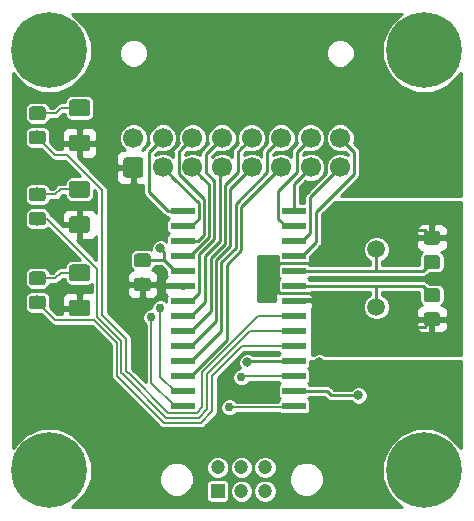
<source format=gtl>
G04 #@! TF.GenerationSoftware,KiCad,Pcbnew,(5.0.1)-3*
G04 #@! TF.CreationDate,2020-02-22T23:06:06-05:00*
G04 #@! TF.ProjectId,fill_sensing,66696C6C5F73656E73696E672E6B6963,rev?*
G04 #@! TF.SameCoordinates,Original*
G04 #@! TF.FileFunction,Copper,L1,Top,Signal*
G04 #@! TF.FilePolarity,Positive*
%FSLAX46Y46*%
G04 Gerber Fmt 4.6, Leading zero omitted, Abs format (unit mm)*
G04 Created by KiCad (PCBNEW (5.0.1)-3) date 2020-02-22 11:06:06 PM*
%MOMM*%
%LPD*%
G01*
G04 APERTURE LIST*
G04 #@! TA.AperFunction,ComponentPad*
%ADD10C,6.400000*%
G04 #@! TD*
G04 #@! TA.AperFunction,Conductor*
%ADD11C,0.100000*%
G04 #@! TD*
G04 #@! TA.AperFunction,ComponentPad*
%ADD12C,1.700000*%
G04 #@! TD*
G04 #@! TA.AperFunction,SMDPad,CuDef*
%ADD13R,2.000000X0.600000*%
G04 #@! TD*
G04 #@! TA.AperFunction,SMDPad,CuDef*
%ADD14C,1.150000*%
G04 #@! TD*
G04 #@! TA.AperFunction,SMDPad,CuDef*
%ADD15C,1.425000*%
G04 #@! TD*
G04 #@! TA.AperFunction,ComponentPad*
%ADD16C,1.200000*%
G04 #@! TD*
G04 #@! TA.AperFunction,ComponentPad*
%ADD17R,1.200000X1.200000*%
G04 #@! TD*
G04 #@! TA.AperFunction,ComponentPad*
%ADD18C,1.500000*%
G04 #@! TD*
G04 #@! TA.AperFunction,ViaPad*
%ADD19C,0.800000*%
G04 #@! TD*
G04 #@! TA.AperFunction,ViaPad*
%ADD20C,0.762000*%
G04 #@! TD*
G04 #@! TA.AperFunction,Conductor*
%ADD21C,0.250000*%
G04 #@! TD*
G04 #@! TA.AperFunction,Conductor*
%ADD22C,0.203200*%
G04 #@! TD*
G04 #@! TA.AperFunction,Conductor*
%ADD23C,0.254000*%
G04 #@! TD*
G04 APERTURE END LIST*
D10*
G04 #@! TO.P,REF\002A\002A,1*
G04 #@! TO.N,N/C*
X136398000Y-68326000D03*
G04 #@! TD*
D11*
G04 #@! TO.N,+5V*
G04 #@! TO.C,J3*
G36*
X112384504Y-77383204D02*
X112408773Y-77386804D01*
X112432571Y-77392765D01*
X112455671Y-77401030D01*
X112477849Y-77411520D01*
X112498893Y-77424133D01*
X112518598Y-77438747D01*
X112536777Y-77455223D01*
X112553253Y-77473402D01*
X112567867Y-77493107D01*
X112580480Y-77514151D01*
X112590970Y-77536329D01*
X112599235Y-77559429D01*
X112605196Y-77583227D01*
X112608796Y-77607496D01*
X112610000Y-77632000D01*
X112610000Y-78832000D01*
X112608796Y-78856504D01*
X112605196Y-78880773D01*
X112599235Y-78904571D01*
X112590970Y-78927671D01*
X112580480Y-78949849D01*
X112567867Y-78970893D01*
X112553253Y-78990598D01*
X112536777Y-79008777D01*
X112518598Y-79025253D01*
X112498893Y-79039867D01*
X112477849Y-79052480D01*
X112455671Y-79062970D01*
X112432571Y-79071235D01*
X112408773Y-79077196D01*
X112384504Y-79080796D01*
X112360000Y-79082000D01*
X111160000Y-79082000D01*
X111135496Y-79080796D01*
X111111227Y-79077196D01*
X111087429Y-79071235D01*
X111064329Y-79062970D01*
X111042151Y-79052480D01*
X111021107Y-79039867D01*
X111001402Y-79025253D01*
X110983223Y-79008777D01*
X110966747Y-78990598D01*
X110952133Y-78970893D01*
X110939520Y-78949849D01*
X110929030Y-78927671D01*
X110920765Y-78904571D01*
X110914804Y-78880773D01*
X110911204Y-78856504D01*
X110910000Y-78832000D01*
X110910000Y-77632000D01*
X110911204Y-77607496D01*
X110914804Y-77583227D01*
X110920765Y-77559429D01*
X110929030Y-77536329D01*
X110939520Y-77514151D01*
X110952133Y-77493107D01*
X110966747Y-77473402D01*
X110983223Y-77455223D01*
X111001402Y-77438747D01*
X111021107Y-77424133D01*
X111042151Y-77411520D01*
X111064329Y-77401030D01*
X111087429Y-77392765D01*
X111111227Y-77386804D01*
X111135496Y-77383204D01*
X111160000Y-77382000D01*
X112360000Y-77382000D01*
X112384504Y-77383204D01*
X112384504Y-77383204D01*
G37*
D12*
G04 #@! TD*
G04 #@! TO.P,J3,1*
G04 #@! TO.N,+5V*
X111760000Y-78232000D03*
G04 #@! TO.P,J3,2*
G04 #@! TO.N,/HALL_1*
X114260000Y-78232000D03*
G04 #@! TO.P,J3,3*
G04 #@! TO.N,/HALL_2*
X116760000Y-78232000D03*
G04 #@! TO.P,J3,4*
G04 #@! TO.N,/HALL_3*
X119260000Y-78232000D03*
G04 #@! TO.P,J3,5*
G04 #@! TO.N,/HALL_4*
X121760000Y-78232000D03*
G04 #@! TO.P,J3,6*
G04 #@! TO.N,/HALL_5*
X124260000Y-78232000D03*
G04 #@! TO.P,J3,7*
G04 #@! TO.N,/HALL_6*
X126760000Y-78232000D03*
G04 #@! TO.P,J3,8*
G04 #@! TO.N,/HALL_7*
X129260000Y-78232000D03*
G04 #@! TO.P,J3,9*
G04 #@! TO.N,GND*
X111760000Y-75732000D03*
G04 #@! TO.P,J3,10*
G04 #@! TO.N,/HALL_14*
X114260000Y-75732000D03*
G04 #@! TO.P,J3,11*
G04 #@! TO.N,/HALL_13*
X116760000Y-75732000D03*
G04 #@! TO.P,J3,12*
G04 #@! TO.N,/HALL_12*
X119260000Y-75732000D03*
G04 #@! TO.P,J3,13*
G04 #@! TO.N,/HALL_11*
X121760000Y-75732000D03*
G04 #@! TO.P,J3,14*
G04 #@! TO.N,/HALL_10*
X124260000Y-75732000D03*
G04 #@! TO.P,J3,15*
G04 #@! TO.N,/HALL_9*
X126760000Y-75732000D03*
G04 #@! TO.P,J3,16*
G04 #@! TO.N,/HALL_8*
X129260000Y-75732000D03*
G04 #@! TD*
D10*
G04 #@! TO.P,REF\002A\002A,1*
G04 #@! TO.N,N/C*
X104648000Y-103886000D03*
G04 #@! TD*
G04 #@! TO.P,REF\002A\002A,1*
G04 #@! TO.N,N/C*
X136398000Y-103886000D03*
G04 #@! TD*
D13*
G04 #@! TO.P,U1,1*
G04 #@! TO.N,/~MCLR*
X125350000Y-98425000D03*
G04 #@! TO.P,U1,2*
G04 #@! TO.N,/CURR_AMP*
X125350000Y-97155000D03*
G04 #@! TO.P,U1,3*
G04 #@! TO.N,/CAN_TX*
X125350000Y-95885000D03*
G04 #@! TO.P,U1,4*
G04 #@! TO.N,/CAN_RX*
X125350000Y-94615000D03*
G04 #@! TO.P,U1,5*
G04 #@! TO.N,Net-(R3-Pad2)*
X125350000Y-93345000D03*
G04 #@! TO.P,U1,6*
G04 #@! TO.N,Net-(R2-Pad2)*
X125350000Y-92075000D03*
G04 #@! TO.P,U1,7*
G04 #@! TO.N,Net-(R1-Pad2)*
X125350000Y-90805000D03*
G04 #@! TO.P,U1,8*
G04 #@! TO.N,GND*
X125350000Y-89535000D03*
G04 #@! TO.P,U1,9*
G04 #@! TO.N,/OSC1*
X125350000Y-88265000D03*
G04 #@! TO.P,U1,10*
G04 #@! TO.N,/OSC2*
X125350000Y-86995000D03*
G04 #@! TO.P,U1,11*
G04 #@! TO.N,/HALL_8*
X125350000Y-85725000D03*
G04 #@! TO.P,U1,12*
G04 #@! TO.N,/HALL_7*
X125350000Y-84455000D03*
G04 #@! TO.P,U1,13*
G04 #@! TO.N,/HALL_9*
X125350000Y-83185000D03*
G04 #@! TO.P,U1,14*
G04 #@! TO.N,/HALL_6*
X125350000Y-81915000D03*
G04 #@! TO.P,U1,15*
G04 #@! TO.N,/HALL_14*
X115950000Y-81915000D03*
G04 #@! TO.P,U1,16*
G04 #@! TO.N,/HALL_1*
X115950000Y-83185000D03*
G04 #@! TO.P,U1,17*
G04 #@! TO.N,/HALL_13*
X115950000Y-84455000D03*
G04 #@! TO.P,U1,18*
G04 #@! TO.N,/HALL_2*
X115950000Y-85725000D03*
G04 #@! TO.P,U1,19*
G04 #@! TO.N,GND*
X115950000Y-86995000D03*
G04 #@! TO.P,U1,20*
G04 #@! TO.N,+5V*
X115950000Y-88265000D03*
G04 #@! TO.P,U1,21*
G04 #@! TO.N,/HALL_12*
X115950000Y-89535000D03*
G04 #@! TO.P,U1,22*
G04 #@! TO.N,/HALL_3*
X115950000Y-90805000D03*
G04 #@! TO.P,U1,23*
G04 #@! TO.N,/HALL_11*
X115950000Y-92075000D03*
G04 #@! TO.P,U1,24*
G04 #@! TO.N,/HALL_4*
X115950000Y-93345000D03*
G04 #@! TO.P,U1,25*
G04 #@! TO.N,/HALL_10*
X115950000Y-94615000D03*
G04 #@! TO.P,U1,26*
G04 #@! TO.N,/HALL_5*
X115950000Y-95885000D03*
G04 #@! TO.P,U1,27*
G04 #@! TO.N,/ICSPCLK*
X115950000Y-97155000D03*
G04 #@! TO.P,U1,28*
G04 #@! TO.N,/ICSPDAT*
X115950000Y-98425000D03*
G04 #@! TD*
D11*
G04 #@! TO.N,+5V*
G04 #@! TO.C,C2*
G36*
X112996505Y-87564204D02*
X113020773Y-87567804D01*
X113044572Y-87573765D01*
X113067671Y-87582030D01*
X113089850Y-87592520D01*
X113110893Y-87605132D01*
X113130599Y-87619747D01*
X113148777Y-87636223D01*
X113165253Y-87654401D01*
X113179868Y-87674107D01*
X113192480Y-87695150D01*
X113202970Y-87717329D01*
X113211235Y-87740428D01*
X113217196Y-87764227D01*
X113220796Y-87788495D01*
X113222000Y-87812999D01*
X113222000Y-88463001D01*
X113220796Y-88487505D01*
X113217196Y-88511773D01*
X113211235Y-88535572D01*
X113202970Y-88558671D01*
X113192480Y-88580850D01*
X113179868Y-88601893D01*
X113165253Y-88621599D01*
X113148777Y-88639777D01*
X113130599Y-88656253D01*
X113110893Y-88670868D01*
X113089850Y-88683480D01*
X113067671Y-88693970D01*
X113044572Y-88702235D01*
X113020773Y-88708196D01*
X112996505Y-88711796D01*
X112972001Y-88713000D01*
X112071999Y-88713000D01*
X112047495Y-88711796D01*
X112023227Y-88708196D01*
X111999428Y-88702235D01*
X111976329Y-88693970D01*
X111954150Y-88683480D01*
X111933107Y-88670868D01*
X111913401Y-88656253D01*
X111895223Y-88639777D01*
X111878747Y-88621599D01*
X111864132Y-88601893D01*
X111851520Y-88580850D01*
X111841030Y-88558671D01*
X111832765Y-88535572D01*
X111826804Y-88511773D01*
X111823204Y-88487505D01*
X111822000Y-88463001D01*
X111822000Y-87812999D01*
X111823204Y-87788495D01*
X111826804Y-87764227D01*
X111832765Y-87740428D01*
X111841030Y-87717329D01*
X111851520Y-87695150D01*
X111864132Y-87674107D01*
X111878747Y-87654401D01*
X111895223Y-87636223D01*
X111913401Y-87619747D01*
X111933107Y-87605132D01*
X111954150Y-87592520D01*
X111976329Y-87582030D01*
X111999428Y-87573765D01*
X112023227Y-87567804D01*
X112047495Y-87564204D01*
X112071999Y-87563000D01*
X112972001Y-87563000D01*
X112996505Y-87564204D01*
X112996505Y-87564204D01*
G37*
D14*
G04 #@! TD*
G04 #@! TO.P,C2,1*
G04 #@! TO.N,+5V*
X112522000Y-88138000D03*
D11*
G04 #@! TO.N,GND*
G04 #@! TO.C,C2*
G36*
X112996505Y-85514204D02*
X113020773Y-85517804D01*
X113044572Y-85523765D01*
X113067671Y-85532030D01*
X113089850Y-85542520D01*
X113110893Y-85555132D01*
X113130599Y-85569747D01*
X113148777Y-85586223D01*
X113165253Y-85604401D01*
X113179868Y-85624107D01*
X113192480Y-85645150D01*
X113202970Y-85667329D01*
X113211235Y-85690428D01*
X113217196Y-85714227D01*
X113220796Y-85738495D01*
X113222000Y-85762999D01*
X113222000Y-86413001D01*
X113220796Y-86437505D01*
X113217196Y-86461773D01*
X113211235Y-86485572D01*
X113202970Y-86508671D01*
X113192480Y-86530850D01*
X113179868Y-86551893D01*
X113165253Y-86571599D01*
X113148777Y-86589777D01*
X113130599Y-86606253D01*
X113110893Y-86620868D01*
X113089850Y-86633480D01*
X113067671Y-86643970D01*
X113044572Y-86652235D01*
X113020773Y-86658196D01*
X112996505Y-86661796D01*
X112972001Y-86663000D01*
X112071999Y-86663000D01*
X112047495Y-86661796D01*
X112023227Y-86658196D01*
X111999428Y-86652235D01*
X111976329Y-86643970D01*
X111954150Y-86633480D01*
X111933107Y-86620868D01*
X111913401Y-86606253D01*
X111895223Y-86589777D01*
X111878747Y-86571599D01*
X111864132Y-86551893D01*
X111851520Y-86530850D01*
X111841030Y-86508671D01*
X111832765Y-86485572D01*
X111826804Y-86461773D01*
X111823204Y-86437505D01*
X111822000Y-86413001D01*
X111822000Y-85762999D01*
X111823204Y-85738495D01*
X111826804Y-85714227D01*
X111832765Y-85690428D01*
X111841030Y-85667329D01*
X111851520Y-85645150D01*
X111864132Y-85624107D01*
X111878747Y-85604401D01*
X111895223Y-85586223D01*
X111913401Y-85569747D01*
X111933107Y-85555132D01*
X111954150Y-85542520D01*
X111976329Y-85532030D01*
X111999428Y-85523765D01*
X112023227Y-85517804D01*
X112047495Y-85514204D01*
X112071999Y-85513000D01*
X112972001Y-85513000D01*
X112996505Y-85514204D01*
X112996505Y-85514204D01*
G37*
D14*
G04 #@! TD*
G04 #@! TO.P,C2,2*
G04 #@! TO.N,GND*
X112522000Y-86088000D03*
D11*
G04 #@! TO.N,+5V*
G04 #@! TO.C,DB1*
G36*
X107837504Y-82346704D02*
X107861773Y-82350304D01*
X107885571Y-82356265D01*
X107908671Y-82364530D01*
X107930849Y-82375020D01*
X107951893Y-82387633D01*
X107971598Y-82402247D01*
X107989777Y-82418723D01*
X108006253Y-82436902D01*
X108020867Y-82456607D01*
X108033480Y-82477651D01*
X108043970Y-82499829D01*
X108052235Y-82522929D01*
X108058196Y-82546727D01*
X108061796Y-82570996D01*
X108063000Y-82595500D01*
X108063000Y-83520500D01*
X108061796Y-83545004D01*
X108058196Y-83569273D01*
X108052235Y-83593071D01*
X108043970Y-83616171D01*
X108033480Y-83638349D01*
X108020867Y-83659393D01*
X108006253Y-83679098D01*
X107989777Y-83697277D01*
X107971598Y-83713753D01*
X107951893Y-83728367D01*
X107930849Y-83740980D01*
X107908671Y-83751470D01*
X107885571Y-83759735D01*
X107861773Y-83765696D01*
X107837504Y-83769296D01*
X107813000Y-83770500D01*
X106563000Y-83770500D01*
X106538496Y-83769296D01*
X106514227Y-83765696D01*
X106490429Y-83759735D01*
X106467329Y-83751470D01*
X106445151Y-83740980D01*
X106424107Y-83728367D01*
X106404402Y-83713753D01*
X106386223Y-83697277D01*
X106369747Y-83679098D01*
X106355133Y-83659393D01*
X106342520Y-83638349D01*
X106332030Y-83616171D01*
X106323765Y-83593071D01*
X106317804Y-83569273D01*
X106314204Y-83545004D01*
X106313000Y-83520500D01*
X106313000Y-82595500D01*
X106314204Y-82570996D01*
X106317804Y-82546727D01*
X106323765Y-82522929D01*
X106332030Y-82499829D01*
X106342520Y-82477651D01*
X106355133Y-82456607D01*
X106369747Y-82436902D01*
X106386223Y-82418723D01*
X106404402Y-82402247D01*
X106424107Y-82387633D01*
X106445151Y-82375020D01*
X106467329Y-82364530D01*
X106490429Y-82356265D01*
X106514227Y-82350304D01*
X106538496Y-82346704D01*
X106563000Y-82345500D01*
X107813000Y-82345500D01*
X107837504Y-82346704D01*
X107837504Y-82346704D01*
G37*
D15*
G04 #@! TD*
G04 #@! TO.P,DB1,2*
G04 #@! TO.N,+5V*
X107188000Y-83058000D03*
D11*
G04 #@! TO.N,Net-(DB1-Pad1)*
G04 #@! TO.C,DB1*
G36*
X107837504Y-79371704D02*
X107861773Y-79375304D01*
X107885571Y-79381265D01*
X107908671Y-79389530D01*
X107930849Y-79400020D01*
X107951893Y-79412633D01*
X107971598Y-79427247D01*
X107989777Y-79443723D01*
X108006253Y-79461902D01*
X108020867Y-79481607D01*
X108033480Y-79502651D01*
X108043970Y-79524829D01*
X108052235Y-79547929D01*
X108058196Y-79571727D01*
X108061796Y-79595996D01*
X108063000Y-79620500D01*
X108063000Y-80545500D01*
X108061796Y-80570004D01*
X108058196Y-80594273D01*
X108052235Y-80618071D01*
X108043970Y-80641171D01*
X108033480Y-80663349D01*
X108020867Y-80684393D01*
X108006253Y-80704098D01*
X107989777Y-80722277D01*
X107971598Y-80738753D01*
X107951893Y-80753367D01*
X107930849Y-80765980D01*
X107908671Y-80776470D01*
X107885571Y-80784735D01*
X107861773Y-80790696D01*
X107837504Y-80794296D01*
X107813000Y-80795500D01*
X106563000Y-80795500D01*
X106538496Y-80794296D01*
X106514227Y-80790696D01*
X106490429Y-80784735D01*
X106467329Y-80776470D01*
X106445151Y-80765980D01*
X106424107Y-80753367D01*
X106404402Y-80738753D01*
X106386223Y-80722277D01*
X106369747Y-80704098D01*
X106355133Y-80684393D01*
X106342520Y-80663349D01*
X106332030Y-80641171D01*
X106323765Y-80618071D01*
X106317804Y-80594273D01*
X106314204Y-80570004D01*
X106313000Y-80545500D01*
X106313000Y-79620500D01*
X106314204Y-79595996D01*
X106317804Y-79571727D01*
X106323765Y-79547929D01*
X106332030Y-79524829D01*
X106342520Y-79502651D01*
X106355133Y-79481607D01*
X106369747Y-79461902D01*
X106386223Y-79443723D01*
X106404402Y-79427247D01*
X106424107Y-79412633D01*
X106445151Y-79400020D01*
X106467329Y-79389530D01*
X106490429Y-79381265D01*
X106514227Y-79375304D01*
X106538496Y-79371704D01*
X106563000Y-79370500D01*
X107813000Y-79370500D01*
X107837504Y-79371704D01*
X107837504Y-79371704D01*
G37*
D15*
G04 #@! TD*
G04 #@! TO.P,DB1,1*
G04 #@! TO.N,Net-(DB1-Pad1)*
X107188000Y-80083000D03*
D11*
G04 #@! TO.N,Net-(DR1-Pad1)*
G04 #@! TO.C,DR1*
G36*
X107837504Y-72477204D02*
X107861773Y-72480804D01*
X107885571Y-72486765D01*
X107908671Y-72495030D01*
X107930849Y-72505520D01*
X107951893Y-72518133D01*
X107971598Y-72532747D01*
X107989777Y-72549223D01*
X108006253Y-72567402D01*
X108020867Y-72587107D01*
X108033480Y-72608151D01*
X108043970Y-72630329D01*
X108052235Y-72653429D01*
X108058196Y-72677227D01*
X108061796Y-72701496D01*
X108063000Y-72726000D01*
X108063000Y-73651000D01*
X108061796Y-73675504D01*
X108058196Y-73699773D01*
X108052235Y-73723571D01*
X108043970Y-73746671D01*
X108033480Y-73768849D01*
X108020867Y-73789893D01*
X108006253Y-73809598D01*
X107989777Y-73827777D01*
X107971598Y-73844253D01*
X107951893Y-73858867D01*
X107930849Y-73871480D01*
X107908671Y-73881970D01*
X107885571Y-73890235D01*
X107861773Y-73896196D01*
X107837504Y-73899796D01*
X107813000Y-73901000D01*
X106563000Y-73901000D01*
X106538496Y-73899796D01*
X106514227Y-73896196D01*
X106490429Y-73890235D01*
X106467329Y-73881970D01*
X106445151Y-73871480D01*
X106424107Y-73858867D01*
X106404402Y-73844253D01*
X106386223Y-73827777D01*
X106369747Y-73809598D01*
X106355133Y-73789893D01*
X106342520Y-73768849D01*
X106332030Y-73746671D01*
X106323765Y-73723571D01*
X106317804Y-73699773D01*
X106314204Y-73675504D01*
X106313000Y-73651000D01*
X106313000Y-72726000D01*
X106314204Y-72701496D01*
X106317804Y-72677227D01*
X106323765Y-72653429D01*
X106332030Y-72630329D01*
X106342520Y-72608151D01*
X106355133Y-72587107D01*
X106369747Y-72567402D01*
X106386223Y-72549223D01*
X106404402Y-72532747D01*
X106424107Y-72518133D01*
X106445151Y-72505520D01*
X106467329Y-72495030D01*
X106490429Y-72486765D01*
X106514227Y-72480804D01*
X106538496Y-72477204D01*
X106563000Y-72476000D01*
X107813000Y-72476000D01*
X107837504Y-72477204D01*
X107837504Y-72477204D01*
G37*
D15*
G04 #@! TD*
G04 #@! TO.P,DR1,1*
G04 #@! TO.N,Net-(DR1-Pad1)*
X107188000Y-73188500D03*
D11*
G04 #@! TO.N,+5V*
G04 #@! TO.C,DR1*
G36*
X107837504Y-75452204D02*
X107861773Y-75455804D01*
X107885571Y-75461765D01*
X107908671Y-75470030D01*
X107930849Y-75480520D01*
X107951893Y-75493133D01*
X107971598Y-75507747D01*
X107989777Y-75524223D01*
X108006253Y-75542402D01*
X108020867Y-75562107D01*
X108033480Y-75583151D01*
X108043970Y-75605329D01*
X108052235Y-75628429D01*
X108058196Y-75652227D01*
X108061796Y-75676496D01*
X108063000Y-75701000D01*
X108063000Y-76626000D01*
X108061796Y-76650504D01*
X108058196Y-76674773D01*
X108052235Y-76698571D01*
X108043970Y-76721671D01*
X108033480Y-76743849D01*
X108020867Y-76764893D01*
X108006253Y-76784598D01*
X107989777Y-76802777D01*
X107971598Y-76819253D01*
X107951893Y-76833867D01*
X107930849Y-76846480D01*
X107908671Y-76856970D01*
X107885571Y-76865235D01*
X107861773Y-76871196D01*
X107837504Y-76874796D01*
X107813000Y-76876000D01*
X106563000Y-76876000D01*
X106538496Y-76874796D01*
X106514227Y-76871196D01*
X106490429Y-76865235D01*
X106467329Y-76856970D01*
X106445151Y-76846480D01*
X106424107Y-76833867D01*
X106404402Y-76819253D01*
X106386223Y-76802777D01*
X106369747Y-76784598D01*
X106355133Y-76764893D01*
X106342520Y-76743849D01*
X106332030Y-76721671D01*
X106323765Y-76698571D01*
X106317804Y-76674773D01*
X106314204Y-76650504D01*
X106313000Y-76626000D01*
X106313000Y-75701000D01*
X106314204Y-75676496D01*
X106317804Y-75652227D01*
X106323765Y-75628429D01*
X106332030Y-75605329D01*
X106342520Y-75583151D01*
X106355133Y-75562107D01*
X106369747Y-75542402D01*
X106386223Y-75524223D01*
X106404402Y-75507747D01*
X106424107Y-75493133D01*
X106445151Y-75480520D01*
X106467329Y-75470030D01*
X106490429Y-75461765D01*
X106514227Y-75455804D01*
X106538496Y-75452204D01*
X106563000Y-75451000D01*
X107813000Y-75451000D01*
X107837504Y-75452204D01*
X107837504Y-75452204D01*
G37*
D15*
G04 #@! TD*
G04 #@! TO.P,DR1,2*
G04 #@! TO.N,+5V*
X107188000Y-76163500D03*
D11*
G04 #@! TO.N,Net-(DW1-Pad1)*
G04 #@! TO.C,DW1*
G36*
X107837504Y-86447204D02*
X107861773Y-86450804D01*
X107885571Y-86456765D01*
X107908671Y-86465030D01*
X107930849Y-86475520D01*
X107951893Y-86488133D01*
X107971598Y-86502747D01*
X107989777Y-86519223D01*
X108006253Y-86537402D01*
X108020867Y-86557107D01*
X108033480Y-86578151D01*
X108043970Y-86600329D01*
X108052235Y-86623429D01*
X108058196Y-86647227D01*
X108061796Y-86671496D01*
X108063000Y-86696000D01*
X108063000Y-87621000D01*
X108061796Y-87645504D01*
X108058196Y-87669773D01*
X108052235Y-87693571D01*
X108043970Y-87716671D01*
X108033480Y-87738849D01*
X108020867Y-87759893D01*
X108006253Y-87779598D01*
X107989777Y-87797777D01*
X107971598Y-87814253D01*
X107951893Y-87828867D01*
X107930849Y-87841480D01*
X107908671Y-87851970D01*
X107885571Y-87860235D01*
X107861773Y-87866196D01*
X107837504Y-87869796D01*
X107813000Y-87871000D01*
X106563000Y-87871000D01*
X106538496Y-87869796D01*
X106514227Y-87866196D01*
X106490429Y-87860235D01*
X106467329Y-87851970D01*
X106445151Y-87841480D01*
X106424107Y-87828867D01*
X106404402Y-87814253D01*
X106386223Y-87797777D01*
X106369747Y-87779598D01*
X106355133Y-87759893D01*
X106342520Y-87738849D01*
X106332030Y-87716671D01*
X106323765Y-87693571D01*
X106317804Y-87669773D01*
X106314204Y-87645504D01*
X106313000Y-87621000D01*
X106313000Y-86696000D01*
X106314204Y-86671496D01*
X106317804Y-86647227D01*
X106323765Y-86623429D01*
X106332030Y-86600329D01*
X106342520Y-86578151D01*
X106355133Y-86557107D01*
X106369747Y-86537402D01*
X106386223Y-86519223D01*
X106404402Y-86502747D01*
X106424107Y-86488133D01*
X106445151Y-86475520D01*
X106467329Y-86465030D01*
X106490429Y-86456765D01*
X106514227Y-86450804D01*
X106538496Y-86447204D01*
X106563000Y-86446000D01*
X107813000Y-86446000D01*
X107837504Y-86447204D01*
X107837504Y-86447204D01*
G37*
D15*
G04 #@! TD*
G04 #@! TO.P,DW1,1*
G04 #@! TO.N,Net-(DW1-Pad1)*
X107188000Y-87158500D03*
D11*
G04 #@! TO.N,+5V*
G04 #@! TO.C,DW1*
G36*
X107837504Y-89422204D02*
X107861773Y-89425804D01*
X107885571Y-89431765D01*
X107908671Y-89440030D01*
X107930849Y-89450520D01*
X107951893Y-89463133D01*
X107971598Y-89477747D01*
X107989777Y-89494223D01*
X108006253Y-89512402D01*
X108020867Y-89532107D01*
X108033480Y-89553151D01*
X108043970Y-89575329D01*
X108052235Y-89598429D01*
X108058196Y-89622227D01*
X108061796Y-89646496D01*
X108063000Y-89671000D01*
X108063000Y-90596000D01*
X108061796Y-90620504D01*
X108058196Y-90644773D01*
X108052235Y-90668571D01*
X108043970Y-90691671D01*
X108033480Y-90713849D01*
X108020867Y-90734893D01*
X108006253Y-90754598D01*
X107989777Y-90772777D01*
X107971598Y-90789253D01*
X107951893Y-90803867D01*
X107930849Y-90816480D01*
X107908671Y-90826970D01*
X107885571Y-90835235D01*
X107861773Y-90841196D01*
X107837504Y-90844796D01*
X107813000Y-90846000D01*
X106563000Y-90846000D01*
X106538496Y-90844796D01*
X106514227Y-90841196D01*
X106490429Y-90835235D01*
X106467329Y-90826970D01*
X106445151Y-90816480D01*
X106424107Y-90803867D01*
X106404402Y-90789253D01*
X106386223Y-90772777D01*
X106369747Y-90754598D01*
X106355133Y-90734893D01*
X106342520Y-90713849D01*
X106332030Y-90691671D01*
X106323765Y-90668571D01*
X106317804Y-90644773D01*
X106314204Y-90620504D01*
X106313000Y-90596000D01*
X106313000Y-89671000D01*
X106314204Y-89646496D01*
X106317804Y-89622227D01*
X106323765Y-89598429D01*
X106332030Y-89575329D01*
X106342520Y-89553151D01*
X106355133Y-89532107D01*
X106369747Y-89512402D01*
X106386223Y-89494223D01*
X106404402Y-89477747D01*
X106424107Y-89463133D01*
X106445151Y-89450520D01*
X106467329Y-89440030D01*
X106490429Y-89431765D01*
X106514227Y-89425804D01*
X106538496Y-89422204D01*
X106563000Y-89421000D01*
X107813000Y-89421000D01*
X107837504Y-89422204D01*
X107837504Y-89422204D01*
G37*
D15*
G04 #@! TD*
G04 #@! TO.P,DW1,2*
G04 #@! TO.N,+5V*
X107188000Y-90133500D03*
D11*
G04 #@! TO.N,Net-(R1-Pad2)*
G04 #@! TO.C,R1*
G36*
X104106505Y-75118204D02*
X104130773Y-75121804D01*
X104154572Y-75127765D01*
X104177671Y-75136030D01*
X104199850Y-75146520D01*
X104220893Y-75159132D01*
X104240599Y-75173747D01*
X104258777Y-75190223D01*
X104275253Y-75208401D01*
X104289868Y-75228107D01*
X104302480Y-75249150D01*
X104312970Y-75271329D01*
X104321235Y-75294428D01*
X104327196Y-75318227D01*
X104330796Y-75342495D01*
X104332000Y-75366999D01*
X104332000Y-76017001D01*
X104330796Y-76041505D01*
X104327196Y-76065773D01*
X104321235Y-76089572D01*
X104312970Y-76112671D01*
X104302480Y-76134850D01*
X104289868Y-76155893D01*
X104275253Y-76175599D01*
X104258777Y-76193777D01*
X104240599Y-76210253D01*
X104220893Y-76224868D01*
X104199850Y-76237480D01*
X104177671Y-76247970D01*
X104154572Y-76256235D01*
X104130773Y-76262196D01*
X104106505Y-76265796D01*
X104082001Y-76267000D01*
X103181999Y-76267000D01*
X103157495Y-76265796D01*
X103133227Y-76262196D01*
X103109428Y-76256235D01*
X103086329Y-76247970D01*
X103064150Y-76237480D01*
X103043107Y-76224868D01*
X103023401Y-76210253D01*
X103005223Y-76193777D01*
X102988747Y-76175599D01*
X102974132Y-76155893D01*
X102961520Y-76134850D01*
X102951030Y-76112671D01*
X102942765Y-76089572D01*
X102936804Y-76065773D01*
X102933204Y-76041505D01*
X102932000Y-76017001D01*
X102932000Y-75366999D01*
X102933204Y-75342495D01*
X102936804Y-75318227D01*
X102942765Y-75294428D01*
X102951030Y-75271329D01*
X102961520Y-75249150D01*
X102974132Y-75228107D01*
X102988747Y-75208401D01*
X103005223Y-75190223D01*
X103023401Y-75173747D01*
X103043107Y-75159132D01*
X103064150Y-75146520D01*
X103086329Y-75136030D01*
X103109428Y-75127765D01*
X103133227Y-75121804D01*
X103157495Y-75118204D01*
X103181999Y-75117000D01*
X104082001Y-75117000D01*
X104106505Y-75118204D01*
X104106505Y-75118204D01*
G37*
D14*
G04 #@! TD*
G04 #@! TO.P,R1,2*
G04 #@! TO.N,Net-(R1-Pad2)*
X103632000Y-75692000D03*
D11*
G04 #@! TO.N,Net-(DR1-Pad1)*
G04 #@! TO.C,R1*
G36*
X104106505Y-73068204D02*
X104130773Y-73071804D01*
X104154572Y-73077765D01*
X104177671Y-73086030D01*
X104199850Y-73096520D01*
X104220893Y-73109132D01*
X104240599Y-73123747D01*
X104258777Y-73140223D01*
X104275253Y-73158401D01*
X104289868Y-73178107D01*
X104302480Y-73199150D01*
X104312970Y-73221329D01*
X104321235Y-73244428D01*
X104327196Y-73268227D01*
X104330796Y-73292495D01*
X104332000Y-73316999D01*
X104332000Y-73967001D01*
X104330796Y-73991505D01*
X104327196Y-74015773D01*
X104321235Y-74039572D01*
X104312970Y-74062671D01*
X104302480Y-74084850D01*
X104289868Y-74105893D01*
X104275253Y-74125599D01*
X104258777Y-74143777D01*
X104240599Y-74160253D01*
X104220893Y-74174868D01*
X104199850Y-74187480D01*
X104177671Y-74197970D01*
X104154572Y-74206235D01*
X104130773Y-74212196D01*
X104106505Y-74215796D01*
X104082001Y-74217000D01*
X103181999Y-74217000D01*
X103157495Y-74215796D01*
X103133227Y-74212196D01*
X103109428Y-74206235D01*
X103086329Y-74197970D01*
X103064150Y-74187480D01*
X103043107Y-74174868D01*
X103023401Y-74160253D01*
X103005223Y-74143777D01*
X102988747Y-74125599D01*
X102974132Y-74105893D01*
X102961520Y-74084850D01*
X102951030Y-74062671D01*
X102942765Y-74039572D01*
X102936804Y-74015773D01*
X102933204Y-73991505D01*
X102932000Y-73967001D01*
X102932000Y-73316999D01*
X102933204Y-73292495D01*
X102936804Y-73268227D01*
X102942765Y-73244428D01*
X102951030Y-73221329D01*
X102961520Y-73199150D01*
X102974132Y-73178107D01*
X102988747Y-73158401D01*
X103005223Y-73140223D01*
X103023401Y-73123747D01*
X103043107Y-73109132D01*
X103064150Y-73096520D01*
X103086329Y-73086030D01*
X103109428Y-73077765D01*
X103133227Y-73071804D01*
X103157495Y-73068204D01*
X103181999Y-73067000D01*
X104082001Y-73067000D01*
X104106505Y-73068204D01*
X104106505Y-73068204D01*
G37*
D14*
G04 #@! TD*
G04 #@! TO.P,R1,1*
G04 #@! TO.N,Net-(DR1-Pad1)*
X103632000Y-73642000D03*
D11*
G04 #@! TO.N,Net-(DB1-Pad1)*
G04 #@! TO.C,R2*
G36*
X104106505Y-79944204D02*
X104130773Y-79947804D01*
X104154572Y-79953765D01*
X104177671Y-79962030D01*
X104199850Y-79972520D01*
X104220893Y-79985132D01*
X104240599Y-79999747D01*
X104258777Y-80016223D01*
X104275253Y-80034401D01*
X104289868Y-80054107D01*
X104302480Y-80075150D01*
X104312970Y-80097329D01*
X104321235Y-80120428D01*
X104327196Y-80144227D01*
X104330796Y-80168495D01*
X104332000Y-80192999D01*
X104332000Y-80843001D01*
X104330796Y-80867505D01*
X104327196Y-80891773D01*
X104321235Y-80915572D01*
X104312970Y-80938671D01*
X104302480Y-80960850D01*
X104289868Y-80981893D01*
X104275253Y-81001599D01*
X104258777Y-81019777D01*
X104240599Y-81036253D01*
X104220893Y-81050868D01*
X104199850Y-81063480D01*
X104177671Y-81073970D01*
X104154572Y-81082235D01*
X104130773Y-81088196D01*
X104106505Y-81091796D01*
X104082001Y-81093000D01*
X103181999Y-81093000D01*
X103157495Y-81091796D01*
X103133227Y-81088196D01*
X103109428Y-81082235D01*
X103086329Y-81073970D01*
X103064150Y-81063480D01*
X103043107Y-81050868D01*
X103023401Y-81036253D01*
X103005223Y-81019777D01*
X102988747Y-81001599D01*
X102974132Y-80981893D01*
X102961520Y-80960850D01*
X102951030Y-80938671D01*
X102942765Y-80915572D01*
X102936804Y-80891773D01*
X102933204Y-80867505D01*
X102932000Y-80843001D01*
X102932000Y-80192999D01*
X102933204Y-80168495D01*
X102936804Y-80144227D01*
X102942765Y-80120428D01*
X102951030Y-80097329D01*
X102961520Y-80075150D01*
X102974132Y-80054107D01*
X102988747Y-80034401D01*
X103005223Y-80016223D01*
X103023401Y-79999747D01*
X103043107Y-79985132D01*
X103064150Y-79972520D01*
X103086329Y-79962030D01*
X103109428Y-79953765D01*
X103133227Y-79947804D01*
X103157495Y-79944204D01*
X103181999Y-79943000D01*
X104082001Y-79943000D01*
X104106505Y-79944204D01*
X104106505Y-79944204D01*
G37*
D14*
G04 #@! TD*
G04 #@! TO.P,R2,1*
G04 #@! TO.N,Net-(DB1-Pad1)*
X103632000Y-80518000D03*
D11*
G04 #@! TO.N,Net-(R2-Pad2)*
G04 #@! TO.C,R2*
G36*
X104106505Y-81994204D02*
X104130773Y-81997804D01*
X104154572Y-82003765D01*
X104177671Y-82012030D01*
X104199850Y-82022520D01*
X104220893Y-82035132D01*
X104240599Y-82049747D01*
X104258777Y-82066223D01*
X104275253Y-82084401D01*
X104289868Y-82104107D01*
X104302480Y-82125150D01*
X104312970Y-82147329D01*
X104321235Y-82170428D01*
X104327196Y-82194227D01*
X104330796Y-82218495D01*
X104332000Y-82242999D01*
X104332000Y-82893001D01*
X104330796Y-82917505D01*
X104327196Y-82941773D01*
X104321235Y-82965572D01*
X104312970Y-82988671D01*
X104302480Y-83010850D01*
X104289868Y-83031893D01*
X104275253Y-83051599D01*
X104258777Y-83069777D01*
X104240599Y-83086253D01*
X104220893Y-83100868D01*
X104199850Y-83113480D01*
X104177671Y-83123970D01*
X104154572Y-83132235D01*
X104130773Y-83138196D01*
X104106505Y-83141796D01*
X104082001Y-83143000D01*
X103181999Y-83143000D01*
X103157495Y-83141796D01*
X103133227Y-83138196D01*
X103109428Y-83132235D01*
X103086329Y-83123970D01*
X103064150Y-83113480D01*
X103043107Y-83100868D01*
X103023401Y-83086253D01*
X103005223Y-83069777D01*
X102988747Y-83051599D01*
X102974132Y-83031893D01*
X102961520Y-83010850D01*
X102951030Y-82988671D01*
X102942765Y-82965572D01*
X102936804Y-82941773D01*
X102933204Y-82917505D01*
X102932000Y-82893001D01*
X102932000Y-82242999D01*
X102933204Y-82218495D01*
X102936804Y-82194227D01*
X102942765Y-82170428D01*
X102951030Y-82147329D01*
X102961520Y-82125150D01*
X102974132Y-82104107D01*
X102988747Y-82084401D01*
X103005223Y-82066223D01*
X103023401Y-82049747D01*
X103043107Y-82035132D01*
X103064150Y-82022520D01*
X103086329Y-82012030D01*
X103109428Y-82003765D01*
X103133227Y-81997804D01*
X103157495Y-81994204D01*
X103181999Y-81993000D01*
X104082001Y-81993000D01*
X104106505Y-81994204D01*
X104106505Y-81994204D01*
G37*
D14*
G04 #@! TD*
G04 #@! TO.P,R2,2*
G04 #@! TO.N,Net-(R2-Pad2)*
X103632000Y-82568000D03*
D11*
G04 #@! TO.N,Net-(R3-Pad2)*
G04 #@! TO.C,R3*
G36*
X104106505Y-89088204D02*
X104130773Y-89091804D01*
X104154572Y-89097765D01*
X104177671Y-89106030D01*
X104199850Y-89116520D01*
X104220893Y-89129132D01*
X104240599Y-89143747D01*
X104258777Y-89160223D01*
X104275253Y-89178401D01*
X104289868Y-89198107D01*
X104302480Y-89219150D01*
X104312970Y-89241329D01*
X104321235Y-89264428D01*
X104327196Y-89288227D01*
X104330796Y-89312495D01*
X104332000Y-89336999D01*
X104332000Y-89987001D01*
X104330796Y-90011505D01*
X104327196Y-90035773D01*
X104321235Y-90059572D01*
X104312970Y-90082671D01*
X104302480Y-90104850D01*
X104289868Y-90125893D01*
X104275253Y-90145599D01*
X104258777Y-90163777D01*
X104240599Y-90180253D01*
X104220893Y-90194868D01*
X104199850Y-90207480D01*
X104177671Y-90217970D01*
X104154572Y-90226235D01*
X104130773Y-90232196D01*
X104106505Y-90235796D01*
X104082001Y-90237000D01*
X103181999Y-90237000D01*
X103157495Y-90235796D01*
X103133227Y-90232196D01*
X103109428Y-90226235D01*
X103086329Y-90217970D01*
X103064150Y-90207480D01*
X103043107Y-90194868D01*
X103023401Y-90180253D01*
X103005223Y-90163777D01*
X102988747Y-90145599D01*
X102974132Y-90125893D01*
X102961520Y-90104850D01*
X102951030Y-90082671D01*
X102942765Y-90059572D01*
X102936804Y-90035773D01*
X102933204Y-90011505D01*
X102932000Y-89987001D01*
X102932000Y-89336999D01*
X102933204Y-89312495D01*
X102936804Y-89288227D01*
X102942765Y-89264428D01*
X102951030Y-89241329D01*
X102961520Y-89219150D01*
X102974132Y-89198107D01*
X102988747Y-89178401D01*
X103005223Y-89160223D01*
X103023401Y-89143747D01*
X103043107Y-89129132D01*
X103064150Y-89116520D01*
X103086329Y-89106030D01*
X103109428Y-89097765D01*
X103133227Y-89091804D01*
X103157495Y-89088204D01*
X103181999Y-89087000D01*
X104082001Y-89087000D01*
X104106505Y-89088204D01*
X104106505Y-89088204D01*
G37*
D14*
G04 #@! TD*
G04 #@! TO.P,R3,2*
G04 #@! TO.N,Net-(R3-Pad2)*
X103632000Y-89662000D03*
D11*
G04 #@! TO.N,Net-(DW1-Pad1)*
G04 #@! TO.C,R3*
G36*
X104106505Y-87038204D02*
X104130773Y-87041804D01*
X104154572Y-87047765D01*
X104177671Y-87056030D01*
X104199850Y-87066520D01*
X104220893Y-87079132D01*
X104240599Y-87093747D01*
X104258777Y-87110223D01*
X104275253Y-87128401D01*
X104289868Y-87148107D01*
X104302480Y-87169150D01*
X104312970Y-87191329D01*
X104321235Y-87214428D01*
X104327196Y-87238227D01*
X104330796Y-87262495D01*
X104332000Y-87286999D01*
X104332000Y-87937001D01*
X104330796Y-87961505D01*
X104327196Y-87985773D01*
X104321235Y-88009572D01*
X104312970Y-88032671D01*
X104302480Y-88054850D01*
X104289868Y-88075893D01*
X104275253Y-88095599D01*
X104258777Y-88113777D01*
X104240599Y-88130253D01*
X104220893Y-88144868D01*
X104199850Y-88157480D01*
X104177671Y-88167970D01*
X104154572Y-88176235D01*
X104130773Y-88182196D01*
X104106505Y-88185796D01*
X104082001Y-88187000D01*
X103181999Y-88187000D01*
X103157495Y-88185796D01*
X103133227Y-88182196D01*
X103109428Y-88176235D01*
X103086329Y-88167970D01*
X103064150Y-88157480D01*
X103043107Y-88144868D01*
X103023401Y-88130253D01*
X103005223Y-88113777D01*
X102988747Y-88095599D01*
X102974132Y-88075893D01*
X102961520Y-88054850D01*
X102951030Y-88032671D01*
X102942765Y-88009572D01*
X102936804Y-87985773D01*
X102933204Y-87961505D01*
X102932000Y-87937001D01*
X102932000Y-87286999D01*
X102933204Y-87262495D01*
X102936804Y-87238227D01*
X102942765Y-87214428D01*
X102951030Y-87191329D01*
X102961520Y-87169150D01*
X102974132Y-87148107D01*
X102988747Y-87128401D01*
X103005223Y-87110223D01*
X103023401Y-87093747D01*
X103043107Y-87079132D01*
X103064150Y-87066520D01*
X103086329Y-87056030D01*
X103109428Y-87047765D01*
X103133227Y-87041804D01*
X103157495Y-87038204D01*
X103181999Y-87037000D01*
X104082001Y-87037000D01*
X104106505Y-87038204D01*
X104106505Y-87038204D01*
G37*
D14*
G04 #@! TD*
G04 #@! TO.P,R3,1*
G04 #@! TO.N,Net-(DW1-Pad1)*
X103632000Y-87612000D03*
D16*
G04 #@! TO.P,J2,2*
G04 #@! TO.N,Net-(F1-Pad1)*
X120904000Y-105632000D03*
D17*
G04 #@! TO.P,J2,1*
G04 #@! TO.N,+12V*
X118904000Y-105632000D03*
D16*
G04 #@! TO.P,J2,3*
G04 #@! TO.N,GND*
X122904000Y-105632000D03*
G04 #@! TO.P,J2,6*
G04 #@! TO.N,N/C*
X122904000Y-103632000D03*
G04 #@! TO.P,J2,5*
G04 #@! TO.N,CANL*
X120904000Y-103632000D03*
G04 #@! TO.P,J2,4*
G04 #@! TO.N,CANH*
X118904000Y-103632000D03*
G04 #@! TD*
D11*
G04 #@! TO.N,GND*
G04 #@! TO.C,C4*
G36*
X137507505Y-90503204D02*
X137531773Y-90506804D01*
X137555572Y-90512765D01*
X137578671Y-90521030D01*
X137600850Y-90531520D01*
X137621893Y-90544132D01*
X137641599Y-90558747D01*
X137659777Y-90575223D01*
X137676253Y-90593401D01*
X137690868Y-90613107D01*
X137703480Y-90634150D01*
X137713970Y-90656329D01*
X137722235Y-90679428D01*
X137728196Y-90703227D01*
X137731796Y-90727495D01*
X137733000Y-90751999D01*
X137733000Y-91402001D01*
X137731796Y-91426505D01*
X137728196Y-91450773D01*
X137722235Y-91474572D01*
X137713970Y-91497671D01*
X137703480Y-91519850D01*
X137690868Y-91540893D01*
X137676253Y-91560599D01*
X137659777Y-91578777D01*
X137641599Y-91595253D01*
X137621893Y-91609868D01*
X137600850Y-91622480D01*
X137578671Y-91632970D01*
X137555572Y-91641235D01*
X137531773Y-91647196D01*
X137507505Y-91650796D01*
X137483001Y-91652000D01*
X136582999Y-91652000D01*
X136558495Y-91650796D01*
X136534227Y-91647196D01*
X136510428Y-91641235D01*
X136487329Y-91632970D01*
X136465150Y-91622480D01*
X136444107Y-91609868D01*
X136424401Y-91595253D01*
X136406223Y-91578777D01*
X136389747Y-91560599D01*
X136375132Y-91540893D01*
X136362520Y-91519850D01*
X136352030Y-91497671D01*
X136343765Y-91474572D01*
X136337804Y-91450773D01*
X136334204Y-91426505D01*
X136333000Y-91402001D01*
X136333000Y-90751999D01*
X136334204Y-90727495D01*
X136337804Y-90703227D01*
X136343765Y-90679428D01*
X136352030Y-90656329D01*
X136362520Y-90634150D01*
X136375132Y-90613107D01*
X136389747Y-90593401D01*
X136406223Y-90575223D01*
X136424401Y-90558747D01*
X136444107Y-90544132D01*
X136465150Y-90531520D01*
X136487329Y-90521030D01*
X136510428Y-90512765D01*
X136534227Y-90506804D01*
X136558495Y-90503204D01*
X136582999Y-90502000D01*
X137483001Y-90502000D01*
X137507505Y-90503204D01*
X137507505Y-90503204D01*
G37*
D14*
G04 #@! TD*
G04 #@! TO.P,C4,2*
G04 #@! TO.N,GND*
X137033000Y-91077000D03*
D11*
G04 #@! TO.N,/OSC1*
G04 #@! TO.C,C4*
G36*
X137507505Y-88453204D02*
X137531773Y-88456804D01*
X137555572Y-88462765D01*
X137578671Y-88471030D01*
X137600850Y-88481520D01*
X137621893Y-88494132D01*
X137641599Y-88508747D01*
X137659777Y-88525223D01*
X137676253Y-88543401D01*
X137690868Y-88563107D01*
X137703480Y-88584150D01*
X137713970Y-88606329D01*
X137722235Y-88629428D01*
X137728196Y-88653227D01*
X137731796Y-88677495D01*
X137733000Y-88701999D01*
X137733000Y-89352001D01*
X137731796Y-89376505D01*
X137728196Y-89400773D01*
X137722235Y-89424572D01*
X137713970Y-89447671D01*
X137703480Y-89469850D01*
X137690868Y-89490893D01*
X137676253Y-89510599D01*
X137659777Y-89528777D01*
X137641599Y-89545253D01*
X137621893Y-89559868D01*
X137600850Y-89572480D01*
X137578671Y-89582970D01*
X137555572Y-89591235D01*
X137531773Y-89597196D01*
X137507505Y-89600796D01*
X137483001Y-89602000D01*
X136582999Y-89602000D01*
X136558495Y-89600796D01*
X136534227Y-89597196D01*
X136510428Y-89591235D01*
X136487329Y-89582970D01*
X136465150Y-89572480D01*
X136444107Y-89559868D01*
X136424401Y-89545253D01*
X136406223Y-89528777D01*
X136389747Y-89510599D01*
X136375132Y-89490893D01*
X136362520Y-89469850D01*
X136352030Y-89447671D01*
X136343765Y-89424572D01*
X136337804Y-89400773D01*
X136334204Y-89376505D01*
X136333000Y-89352001D01*
X136333000Y-88701999D01*
X136334204Y-88677495D01*
X136337804Y-88653227D01*
X136343765Y-88629428D01*
X136352030Y-88606329D01*
X136362520Y-88584150D01*
X136375132Y-88563107D01*
X136389747Y-88543401D01*
X136406223Y-88525223D01*
X136424401Y-88508747D01*
X136444107Y-88494132D01*
X136465150Y-88481520D01*
X136487329Y-88471030D01*
X136510428Y-88462765D01*
X136534227Y-88456804D01*
X136558495Y-88453204D01*
X136582999Y-88452000D01*
X137483001Y-88452000D01*
X137507505Y-88453204D01*
X137507505Y-88453204D01*
G37*
D14*
G04 #@! TD*
G04 #@! TO.P,C4,1*
G04 #@! TO.N,/OSC1*
X137033000Y-89027000D03*
D11*
G04 #@! TO.N,/OSC2*
G04 #@! TO.C,C5*
G36*
X137507505Y-85659204D02*
X137531773Y-85662804D01*
X137555572Y-85668765D01*
X137578671Y-85677030D01*
X137600850Y-85687520D01*
X137621893Y-85700132D01*
X137641599Y-85714747D01*
X137659777Y-85731223D01*
X137676253Y-85749401D01*
X137690868Y-85769107D01*
X137703480Y-85790150D01*
X137713970Y-85812329D01*
X137722235Y-85835428D01*
X137728196Y-85859227D01*
X137731796Y-85883495D01*
X137733000Y-85907999D01*
X137733000Y-86558001D01*
X137731796Y-86582505D01*
X137728196Y-86606773D01*
X137722235Y-86630572D01*
X137713970Y-86653671D01*
X137703480Y-86675850D01*
X137690868Y-86696893D01*
X137676253Y-86716599D01*
X137659777Y-86734777D01*
X137641599Y-86751253D01*
X137621893Y-86765868D01*
X137600850Y-86778480D01*
X137578671Y-86788970D01*
X137555572Y-86797235D01*
X137531773Y-86803196D01*
X137507505Y-86806796D01*
X137483001Y-86808000D01*
X136582999Y-86808000D01*
X136558495Y-86806796D01*
X136534227Y-86803196D01*
X136510428Y-86797235D01*
X136487329Y-86788970D01*
X136465150Y-86778480D01*
X136444107Y-86765868D01*
X136424401Y-86751253D01*
X136406223Y-86734777D01*
X136389747Y-86716599D01*
X136375132Y-86696893D01*
X136362520Y-86675850D01*
X136352030Y-86653671D01*
X136343765Y-86630572D01*
X136337804Y-86606773D01*
X136334204Y-86582505D01*
X136333000Y-86558001D01*
X136333000Y-85907999D01*
X136334204Y-85883495D01*
X136337804Y-85859227D01*
X136343765Y-85835428D01*
X136352030Y-85812329D01*
X136362520Y-85790150D01*
X136375132Y-85769107D01*
X136389747Y-85749401D01*
X136406223Y-85731223D01*
X136424401Y-85714747D01*
X136444107Y-85700132D01*
X136465150Y-85687520D01*
X136487329Y-85677030D01*
X136510428Y-85668765D01*
X136534227Y-85662804D01*
X136558495Y-85659204D01*
X136582999Y-85658000D01*
X137483001Y-85658000D01*
X137507505Y-85659204D01*
X137507505Y-85659204D01*
G37*
D14*
G04 #@! TD*
G04 #@! TO.P,C5,1*
G04 #@! TO.N,/OSC2*
X137033000Y-86233000D03*
D11*
G04 #@! TO.N,GND*
G04 #@! TO.C,C5*
G36*
X137507505Y-83609204D02*
X137531773Y-83612804D01*
X137555572Y-83618765D01*
X137578671Y-83627030D01*
X137600850Y-83637520D01*
X137621893Y-83650132D01*
X137641599Y-83664747D01*
X137659777Y-83681223D01*
X137676253Y-83699401D01*
X137690868Y-83719107D01*
X137703480Y-83740150D01*
X137713970Y-83762329D01*
X137722235Y-83785428D01*
X137728196Y-83809227D01*
X137731796Y-83833495D01*
X137733000Y-83857999D01*
X137733000Y-84508001D01*
X137731796Y-84532505D01*
X137728196Y-84556773D01*
X137722235Y-84580572D01*
X137713970Y-84603671D01*
X137703480Y-84625850D01*
X137690868Y-84646893D01*
X137676253Y-84666599D01*
X137659777Y-84684777D01*
X137641599Y-84701253D01*
X137621893Y-84715868D01*
X137600850Y-84728480D01*
X137578671Y-84738970D01*
X137555572Y-84747235D01*
X137531773Y-84753196D01*
X137507505Y-84756796D01*
X137483001Y-84758000D01*
X136582999Y-84758000D01*
X136558495Y-84756796D01*
X136534227Y-84753196D01*
X136510428Y-84747235D01*
X136487329Y-84738970D01*
X136465150Y-84728480D01*
X136444107Y-84715868D01*
X136424401Y-84701253D01*
X136406223Y-84684777D01*
X136389747Y-84666599D01*
X136375132Y-84646893D01*
X136362520Y-84625850D01*
X136352030Y-84603671D01*
X136343765Y-84580572D01*
X136337804Y-84556773D01*
X136334204Y-84532505D01*
X136333000Y-84508001D01*
X136333000Y-83857999D01*
X136334204Y-83833495D01*
X136337804Y-83809227D01*
X136343765Y-83785428D01*
X136352030Y-83762329D01*
X136362520Y-83740150D01*
X136375132Y-83719107D01*
X136389747Y-83699401D01*
X136406223Y-83681223D01*
X136424401Y-83664747D01*
X136444107Y-83650132D01*
X136465150Y-83637520D01*
X136487329Y-83627030D01*
X136510428Y-83618765D01*
X136534227Y-83612804D01*
X136558495Y-83609204D01*
X136582999Y-83608000D01*
X137483001Y-83608000D01*
X137507505Y-83609204D01*
X137507505Y-83609204D01*
G37*
D14*
G04 #@! TD*
G04 #@! TO.P,C5,2*
G04 #@! TO.N,GND*
X137033000Y-84183000D03*
D18*
G04 #@! TO.P,Y1,1*
G04 #@! TO.N,/OSC1*
X132334000Y-90043000D03*
G04 #@! TO.P,Y1,2*
G04 #@! TO.N,/OSC2*
X132334000Y-85163000D03*
G04 #@! TD*
D10*
G04 #@! TO.P,REF\002A\002A,1*
G04 #@! TO.N,N/C*
X104648000Y-68326000D03*
G04 #@! TD*
D19*
G04 #@! TO.N,GND*
X122936000Y-87630000D03*
X122936000Y-86360000D03*
X122936000Y-88900000D03*
X138684000Y-81788000D03*
X138938000Y-83312000D03*
X138938000Y-85090000D03*
X138938000Y-86868000D03*
X138938000Y-88392000D03*
X138938000Y-90170000D03*
X138938000Y-91948000D03*
X138684000Y-93472000D03*
X137160000Y-93472000D03*
X135128000Y-93472000D03*
X133096000Y-93472000D03*
X131572000Y-93472000D03*
X130048000Y-93472000D03*
X128524000Y-93472000D03*
X127508000Y-90932000D03*
X127508000Y-92456000D03*
X137160000Y-81788000D03*
X135636000Y-81788000D03*
X134112000Y-81788000D03*
X132588000Y-81788000D03*
X131064000Y-81788000D03*
X129540000Y-81788000D03*
X129540000Y-83312000D03*
X128270000Y-84836000D03*
X114046000Y-85090000D03*
D20*
G04 #@! TO.N,+5V*
X108712000Y-69850000D03*
X103124000Y-84328000D03*
X121158000Y-97536000D03*
X109220000Y-94742000D03*
X119380000Y-96520000D03*
X109982000Y-99060000D03*
D19*
X127508000Y-94742000D03*
D20*
G04 #@! TO.N,/~MCLR*
X119888000Y-98552000D03*
D19*
G04 #@! TO.N,/CURR_AMP*
X130810000Y-97536000D03*
D20*
G04 #@! TO.N,/CAN_TX*
X120904000Y-96012000D03*
D19*
G04 #@! TO.N,/CAN_RX*
X121412000Y-94742000D03*
D20*
G04 #@! TO.N,/ICSPCLK*
X114046000Y-90170000D03*
G04 #@! TO.N,/ICSPDAT*
X113284000Y-90932000D03*
G04 #@! TD*
D21*
G04 #@! TO.N,GND*
X136409628Y-83559628D02*
X137033000Y-84183000D01*
X129546372Y-83559628D02*
X136409628Y-83559628D01*
X124206000Y-86360000D02*
X126746000Y-86360000D01*
X126746000Y-86360000D02*
X128270000Y-84836000D01*
X124024999Y-86541001D02*
X124206000Y-86360000D01*
X137033000Y-91077000D02*
X136409628Y-91700372D01*
X129546372Y-91700372D02*
X126736001Y-88890001D01*
X136409628Y-91700372D02*
X129546372Y-91700372D01*
X126736001Y-88890001D02*
X124196001Y-88890001D01*
X124196001Y-88890001D02*
X124024999Y-88718999D01*
X124024999Y-88718999D02*
X124024999Y-86541001D01*
X128270000Y-84836000D02*
X129546372Y-83559628D01*
X114343000Y-86088000D02*
X112522000Y-86088000D01*
X115950000Y-86995000D02*
X115250000Y-86995000D01*
X115250000Y-86995000D02*
X114343000Y-86088000D01*
X114343000Y-86088000D02*
X114343000Y-85387000D01*
X114343000Y-85387000D02*
X114046000Y-85090000D01*
D22*
G04 #@! TO.N,Net-(DB1-Pad1)*
X103632000Y-80518000D02*
X105156000Y-80518000D01*
X105591000Y-80083000D02*
X107188000Y-80083000D01*
X105156000Y-80518000D02*
X105591000Y-80083000D01*
G04 #@! TO.N,Net-(DR1-Pad1)*
X107188000Y-73188500D02*
X105627500Y-73188500D01*
X105174000Y-73642000D02*
X103632000Y-73642000D01*
X105627500Y-73188500D02*
X105174000Y-73642000D01*
G04 #@! TO.N,Net-(DW1-Pad1)*
X103632000Y-87612000D02*
X105138000Y-87612000D01*
X105591500Y-87158500D02*
X107188000Y-87158500D01*
X105138000Y-87612000D02*
X105591500Y-87158500D01*
G04 #@! TO.N,Net-(R1-Pad2)*
X122333316Y-90805000D02*
X125350000Y-90805000D01*
X117602000Y-95536316D02*
X122333316Y-90805000D01*
X117127399Y-99026601D02*
X117602000Y-98552000D01*
X117602000Y-98552000D02*
X117602000Y-95536316D01*
X114708719Y-99026601D02*
X117127399Y-99026601D01*
X111147210Y-95465092D02*
X111440118Y-95758000D01*
X109115210Y-90702761D02*
X111147210Y-92734760D01*
X111440118Y-95758000D02*
X114708719Y-99026601D01*
X111252000Y-95569882D02*
X111440118Y-95758000D01*
X103632000Y-75692000D02*
X105117610Y-77177610D01*
X105117610Y-77177610D02*
X106150208Y-77177610D01*
X111147210Y-92734760D02*
X111147210Y-95465092D01*
X106150208Y-77177610D02*
X109115210Y-80142612D01*
X109115210Y-80142612D02*
X109115210Y-90702761D01*
G04 #@! TO.N,Net-(R2-Pad2)*
X117294414Y-99429811D02*
X118005210Y-98719015D01*
X114541704Y-99429811D02*
X117294414Y-99429811D01*
X118005210Y-98719015D02*
X118005210Y-95703330D01*
X121633540Y-92075000D02*
X125350000Y-92075000D01*
X118005210Y-95703330D02*
X121633540Y-92075000D01*
X108712000Y-86814902D02*
X108712000Y-90869776D01*
X103632000Y-82568000D02*
X104465098Y-82568000D01*
X104465098Y-82568000D02*
X108712000Y-86814902D01*
X108712000Y-90869776D02*
X110744000Y-92901775D01*
X110744000Y-95632107D02*
X110869893Y-95758000D01*
X110744000Y-92901775D02*
X110744000Y-95632107D01*
X110744000Y-95632106D02*
X110869893Y-95758000D01*
X110869893Y-95758000D02*
X114541704Y-99429811D01*
G04 #@! TO.N,Net-(R3-Pad2)*
X105117610Y-91147610D02*
X108419610Y-91147610D01*
X103632000Y-89662000D02*
X105117610Y-91147610D01*
X110340790Y-93068790D02*
X110340790Y-95862790D01*
X108419610Y-91147610D02*
X110340790Y-93068790D01*
X117461429Y-99833021D02*
X118408420Y-98886030D01*
X110340790Y-95862790D02*
X114311021Y-99833021D01*
X114311021Y-99833021D02*
X117461429Y-99833021D01*
X118408420Y-98886030D02*
X118408420Y-95870344D01*
X120933764Y-93345000D02*
X125350000Y-93345000D01*
X118408420Y-95870344D02*
X120933764Y-93345000D01*
G04 #@! TO.N,/~MCLR*
X125223000Y-98552000D02*
X125350000Y-98425000D01*
X119888000Y-98552000D02*
X125223000Y-98552000D01*
D21*
G04 #@! TO.N,/HALL_14*
X113410001Y-76581999D02*
X114260000Y-75732000D01*
X113084999Y-76907001D02*
X113410001Y-76581999D01*
X113084999Y-80299999D02*
X113084999Y-76907001D01*
X114700000Y-81915000D02*
X113084999Y-80299999D01*
X115950000Y-81915000D02*
X114700000Y-81915000D01*
G04 #@! TO.N,/HALL_13*
X115910001Y-76581999D02*
X116760000Y-75732000D01*
X115584999Y-76907001D02*
X115910001Y-76581999D01*
X115584999Y-78796001D02*
X115584999Y-76907001D01*
X117725011Y-80936013D02*
X115584999Y-78796001D01*
X117725011Y-83929989D02*
X117725011Y-80936013D01*
X117200000Y-84455000D02*
X117725011Y-83929989D01*
X115950000Y-84455000D02*
X117200000Y-84455000D01*
G04 #@! TO.N,/HALL_12*
X116650000Y-89535000D02*
X117348000Y-88837000D01*
X115950000Y-89535000D02*
X116650000Y-89535000D01*
X118410001Y-76581999D02*
X119260000Y-75732000D01*
X117935001Y-77056999D02*
X118410001Y-76581999D01*
X117935001Y-78646003D02*
X117935001Y-77056999D01*
X118625031Y-79336033D02*
X117935001Y-78646003D01*
X118625031Y-84302789D02*
X118625031Y-79336033D01*
X117348000Y-85579820D02*
X118625031Y-84302789D01*
X117348000Y-88837000D02*
X117348000Y-85579820D01*
G04 #@! TO.N,/HALL_11*
X120910001Y-76581999D02*
X121760000Y-75732000D01*
X120584999Y-76907001D02*
X120910001Y-76581999D01*
X120584999Y-78646003D02*
X120584999Y-76907001D01*
X115950000Y-92075000D02*
X116650000Y-92075000D01*
X116650000Y-92075000D02*
X118306010Y-90418990D01*
X118306010Y-90418990D02*
X118306010Y-85894630D01*
X118306010Y-85894630D02*
X119525051Y-84675589D01*
X119525051Y-84675589D02*
X119525051Y-79705951D01*
X119525051Y-79705951D02*
X120584999Y-78646003D01*
G04 #@! TO.N,/HALL_10*
X116650000Y-94615000D02*
X119206030Y-92058970D01*
X115950000Y-94615000D02*
X116650000Y-94615000D01*
X119206030Y-86267430D02*
X120425071Y-85048389D01*
X119206030Y-92058970D02*
X119206030Y-86267430D01*
X123410001Y-76581999D02*
X124260000Y-75732000D01*
X123084999Y-76907001D02*
X123410001Y-76581999D01*
X123084999Y-78646003D02*
X123084999Y-76907001D01*
X120425071Y-81305931D02*
X123084999Y-78646003D01*
X120425071Y-85048389D02*
X120425071Y-81305931D01*
G04 #@! TO.N,/HALL_9*
X125910001Y-76581999D02*
X126760000Y-75732000D01*
X125584999Y-76907001D02*
X125910001Y-76581999D01*
X125584999Y-78646003D02*
X125584999Y-76907001D01*
X124024999Y-82559999D02*
X124024999Y-80206003D01*
X124024999Y-80206003D02*
X125584999Y-78646003D01*
X124650000Y-83185000D02*
X124024999Y-82559999D01*
X125350000Y-83185000D02*
X124650000Y-83185000D01*
G04 #@! TO.N,/HALL_8*
X126050000Y-85725000D02*
X127254000Y-84521000D01*
X125350000Y-85725000D02*
X126050000Y-85725000D01*
X130109999Y-76581999D02*
X129260000Y-75732000D01*
X130435001Y-76907001D02*
X130109999Y-76581999D01*
X130435001Y-78796001D02*
X130435001Y-76907001D01*
X127254000Y-81977002D02*
X130435001Y-78796001D01*
X127254000Y-84521000D02*
X127254000Y-81977002D01*
G04 #@! TO.N,/HALL_7*
X126050000Y-84455000D02*
X126746000Y-83759000D01*
X125350000Y-84455000D02*
X126050000Y-84455000D01*
X126746000Y-80746000D02*
X129260000Y-78232000D01*
X126746000Y-83759000D02*
X126746000Y-80746000D01*
G04 #@! TO.N,/HALL_6*
X125350000Y-79642000D02*
X126760000Y-78232000D01*
X125350000Y-81915000D02*
X125350000Y-79642000D01*
G04 #@! TO.N,/HALL_5*
X120904000Y-85205870D02*
X120904000Y-81588000D01*
X116650000Y-95885000D02*
X119656040Y-92878960D01*
X119656040Y-92878960D02*
X119656040Y-86453830D01*
X120904000Y-81588000D02*
X124260000Y-78232000D01*
X115950000Y-95885000D02*
X116650000Y-95885000D01*
X119656040Y-86453830D02*
X120904000Y-85205870D01*
G04 #@! TO.N,/HALL_4*
X119975061Y-80016939D02*
X121760000Y-78232000D01*
X119975061Y-84861989D02*
X119975061Y-80016939D01*
X118756020Y-86081030D02*
X119975061Y-84861989D01*
X118756020Y-91238980D02*
X118756020Y-86081030D01*
X115950000Y-93345000D02*
X116650000Y-93345000D01*
X116650000Y-93345000D02*
X118756020Y-91238980D01*
G04 #@! TO.N,/HALL_3*
X119075041Y-78416959D02*
X119260000Y-78232000D01*
X119075041Y-84489189D02*
X119075041Y-78416959D01*
X117856000Y-85708230D02*
X119075041Y-84489189D01*
X117856000Y-89599000D02*
X117856000Y-85708230D01*
X115950000Y-90805000D02*
X116650000Y-90805000D01*
X116650000Y-90805000D02*
X117856000Y-89599000D01*
G04 #@! TO.N,/HALL_2*
X117609999Y-79081999D02*
X116760000Y-78232000D01*
X118175021Y-79647021D02*
X117609999Y-79081999D01*
X118175021Y-84116389D02*
X118175021Y-79647021D01*
X116566410Y-85725000D02*
X118175021Y-84116389D01*
X115950000Y-85725000D02*
X116566410Y-85725000D01*
G04 #@! TO.N,/HALL_1*
X115109999Y-79081999D02*
X114260000Y-78232000D01*
X117275001Y-81247001D02*
X115109999Y-79081999D01*
X117275001Y-82559999D02*
X117275001Y-81247001D01*
X116650000Y-83185000D02*
X117275001Y-82559999D01*
X115950000Y-83185000D02*
X116650000Y-83185000D01*
G04 #@! TO.N,/CURR_AMP*
X130810000Y-97536000D02*
X128524000Y-97536000D01*
X128143000Y-97155000D02*
X125350000Y-97155000D01*
X128524000Y-97536000D02*
X128143000Y-97155000D01*
G04 #@! TO.N,/OSC1*
X136271000Y-88265000D02*
X137033000Y-89027000D01*
X132334000Y-90043000D02*
X132334000Y-88982340D01*
X132334000Y-88982340D02*
X132334000Y-88265000D01*
X125350000Y-88265000D02*
X132334000Y-88265000D01*
X132334000Y-88265000D02*
X136271000Y-88265000D01*
G04 #@! TO.N,/OSC2*
X136271000Y-86995000D02*
X137033000Y-86233000D01*
X132334000Y-85163000D02*
X132334000Y-86995000D01*
X125350000Y-86995000D02*
X132334000Y-86995000D01*
X132334000Y-86995000D02*
X136271000Y-86995000D01*
D22*
G04 #@! TO.N,/CAN_TX*
X121031000Y-95885000D02*
X120904000Y-96012000D01*
X125350000Y-95885000D02*
X121031000Y-95885000D01*
D21*
G04 #@! TO.N,/CAN_RX*
X125350000Y-94615000D02*
X121539000Y-94615000D01*
X121539000Y-94615000D02*
X121412000Y-94742000D01*
D22*
G04 #@! TO.N,/ICSPCLK*
X115250000Y-97155000D02*
X115950000Y-97155000D01*
X114046000Y-95951000D02*
X115250000Y-97155000D01*
X114046000Y-90170000D02*
X114046000Y-95951000D01*
G04 #@! TO.N,/ICSPDAT*
X115250000Y-98425000D02*
X115950000Y-98425000D01*
X113284000Y-96459000D02*
X115250000Y-98425000D01*
X113284000Y-90932000D02*
X113284000Y-96459000D01*
G04 #@! TD*
D23*
G04 #@! TO.N,GND*
G36*
X139498000Y-94107000D02*
X127977501Y-94107000D01*
X127950401Y-94079900D01*
X127663351Y-93961000D01*
X127352649Y-93961000D01*
X127065599Y-94079900D01*
X127038499Y-94107000D01*
X126873000Y-94107000D01*
X126873000Y-91362750D01*
X135698000Y-91362750D01*
X135698000Y-91778309D01*
X135794673Y-92011698D01*
X135973301Y-92190327D01*
X136206690Y-92287000D01*
X136747250Y-92287000D01*
X136906000Y-92128250D01*
X136906000Y-91204000D01*
X137160000Y-91204000D01*
X137160000Y-92128250D01*
X137318750Y-92287000D01*
X137859310Y-92287000D01*
X138092699Y-92190327D01*
X138271327Y-92011698D01*
X138368000Y-91778309D01*
X138368000Y-91362750D01*
X138209250Y-91204000D01*
X137160000Y-91204000D01*
X136906000Y-91204000D01*
X135856750Y-91204000D01*
X135698000Y-91362750D01*
X126873000Y-91362750D01*
X126873000Y-90210026D01*
X126888327Y-90194699D01*
X126985000Y-89961310D01*
X126985000Y-89820750D01*
X126873000Y-89708750D01*
X126873000Y-89662000D01*
X126863333Y-89613399D01*
X126835803Y-89572197D01*
X126794601Y-89544667D01*
X126746000Y-89535000D01*
X125203000Y-89535000D01*
X125203000Y-89408000D01*
X125223000Y-89408000D01*
X125223000Y-89388000D01*
X125477000Y-89388000D01*
X125477000Y-89408000D01*
X126826250Y-89408000D01*
X126985000Y-89249250D01*
X126985000Y-89108690D01*
X126888327Y-88875301D01*
X126784025Y-88771000D01*
X131828000Y-88771000D01*
X131828000Y-89028406D01*
X131693340Y-89084184D01*
X131375184Y-89402340D01*
X131203000Y-89818030D01*
X131203000Y-90267970D01*
X131375184Y-90683660D01*
X131693340Y-91001816D01*
X132109030Y-91174000D01*
X132558970Y-91174000D01*
X132974660Y-91001816D01*
X133292816Y-90683660D01*
X133465000Y-90267970D01*
X133465000Y-89818030D01*
X133292816Y-89402340D01*
X132974660Y-89084184D01*
X132840000Y-89028406D01*
X132840000Y-88771000D01*
X135944536Y-88771000D01*
X135944536Y-89352001D01*
X135993136Y-89596330D01*
X136131537Y-89803463D01*
X136226627Y-89867000D01*
X136206690Y-89867000D01*
X135973301Y-89963673D01*
X135794673Y-90142302D01*
X135698000Y-90375691D01*
X135698000Y-90791250D01*
X135856750Y-90950000D01*
X136906000Y-90950000D01*
X136906000Y-90930000D01*
X137160000Y-90930000D01*
X137160000Y-90950000D01*
X138209250Y-90950000D01*
X138368000Y-90791250D01*
X138368000Y-90375691D01*
X138271327Y-90142302D01*
X138092699Y-89963673D01*
X137859310Y-89867000D01*
X137839373Y-89867000D01*
X137934463Y-89803463D01*
X138072864Y-89596330D01*
X138121464Y-89352001D01*
X138121464Y-88701999D01*
X138072864Y-88457670D01*
X137934463Y-88250537D01*
X137727330Y-88112136D01*
X137483001Y-88063536D01*
X136785127Y-88063536D01*
X136664038Y-87942447D01*
X136635806Y-87900194D01*
X136468431Y-87788359D01*
X136320835Y-87759000D01*
X136320834Y-87759000D01*
X136271000Y-87749087D01*
X136221166Y-87759000D01*
X132383835Y-87759000D01*
X132334000Y-87749087D01*
X132284165Y-87759000D01*
X126670580Y-87759000D01*
X126624686Y-87690314D01*
X126534419Y-87630000D01*
X126624686Y-87569686D01*
X126670580Y-87501000D01*
X132284165Y-87501000D01*
X132334000Y-87510913D01*
X132383835Y-87501000D01*
X136221166Y-87501000D01*
X136271000Y-87510913D01*
X136320834Y-87501000D01*
X136320835Y-87501000D01*
X136468431Y-87471641D01*
X136635806Y-87359806D01*
X136664038Y-87317553D01*
X136785127Y-87196464D01*
X137483001Y-87196464D01*
X137727330Y-87147864D01*
X137934463Y-87009463D01*
X138072864Y-86802330D01*
X138121464Y-86558001D01*
X138121464Y-85907999D01*
X138072864Y-85663670D01*
X137934463Y-85456537D01*
X137839373Y-85393000D01*
X137859310Y-85393000D01*
X138092699Y-85296327D01*
X138271327Y-85117698D01*
X138368000Y-84884309D01*
X138368000Y-84468750D01*
X138209250Y-84310000D01*
X137160000Y-84310000D01*
X137160000Y-84330000D01*
X136906000Y-84330000D01*
X136906000Y-84310000D01*
X135856750Y-84310000D01*
X135698000Y-84468750D01*
X135698000Y-84884309D01*
X135794673Y-85117698D01*
X135973301Y-85296327D01*
X136206690Y-85393000D01*
X136226627Y-85393000D01*
X136131537Y-85456537D01*
X135993136Y-85663670D01*
X135944536Y-85907999D01*
X135944536Y-86489000D01*
X132840000Y-86489000D01*
X132840000Y-86177594D01*
X132974660Y-86121816D01*
X133292816Y-85803660D01*
X133465000Y-85387970D01*
X133465000Y-84938030D01*
X133292816Y-84522340D01*
X132974660Y-84204184D01*
X132558970Y-84032000D01*
X132109030Y-84032000D01*
X131693340Y-84204184D01*
X131375184Y-84522340D01*
X131203000Y-84938030D01*
X131203000Y-85387970D01*
X131375184Y-85803660D01*
X131693340Y-86121816D01*
X131828001Y-86177594D01*
X131828001Y-86489000D01*
X126670580Y-86489000D01*
X126624686Y-86420314D01*
X126534419Y-86360000D01*
X126624686Y-86299686D01*
X126708894Y-86173659D01*
X126738464Y-86025000D01*
X126738464Y-85752127D01*
X126770455Y-85720136D01*
X126794601Y-85715333D01*
X126835803Y-85687803D01*
X126863333Y-85646601D01*
X126868136Y-85622455D01*
X127576556Y-84914036D01*
X127618806Y-84885806D01*
X127730641Y-84718431D01*
X127760000Y-84570835D01*
X127760000Y-84570834D01*
X127769913Y-84521001D01*
X127760000Y-84471167D01*
X127760000Y-83481691D01*
X135698000Y-83481691D01*
X135698000Y-83897250D01*
X135856750Y-84056000D01*
X136906000Y-84056000D01*
X136906000Y-83131750D01*
X137160000Y-83131750D01*
X137160000Y-84056000D01*
X138209250Y-84056000D01*
X138368000Y-83897250D01*
X138368000Y-83481691D01*
X138271327Y-83248302D01*
X138092699Y-83069673D01*
X137859310Y-82973000D01*
X137318750Y-82973000D01*
X137160000Y-83131750D01*
X136906000Y-83131750D01*
X136747250Y-82973000D01*
X136206690Y-82973000D01*
X135973301Y-83069673D01*
X135794673Y-83248302D01*
X135698000Y-83481691D01*
X127760000Y-83481691D01*
X127760000Y-82186593D01*
X128793593Y-81153000D01*
X139498001Y-81153000D01*
X139498000Y-94107000D01*
X139498000Y-94107000D01*
G37*
X139498000Y-94107000D02*
X127977501Y-94107000D01*
X127950401Y-94079900D01*
X127663351Y-93961000D01*
X127352649Y-93961000D01*
X127065599Y-94079900D01*
X127038499Y-94107000D01*
X126873000Y-94107000D01*
X126873000Y-91362750D01*
X135698000Y-91362750D01*
X135698000Y-91778309D01*
X135794673Y-92011698D01*
X135973301Y-92190327D01*
X136206690Y-92287000D01*
X136747250Y-92287000D01*
X136906000Y-92128250D01*
X136906000Y-91204000D01*
X137160000Y-91204000D01*
X137160000Y-92128250D01*
X137318750Y-92287000D01*
X137859310Y-92287000D01*
X138092699Y-92190327D01*
X138271327Y-92011698D01*
X138368000Y-91778309D01*
X138368000Y-91362750D01*
X138209250Y-91204000D01*
X137160000Y-91204000D01*
X136906000Y-91204000D01*
X135856750Y-91204000D01*
X135698000Y-91362750D01*
X126873000Y-91362750D01*
X126873000Y-90210026D01*
X126888327Y-90194699D01*
X126985000Y-89961310D01*
X126985000Y-89820750D01*
X126873000Y-89708750D01*
X126873000Y-89662000D01*
X126863333Y-89613399D01*
X126835803Y-89572197D01*
X126794601Y-89544667D01*
X126746000Y-89535000D01*
X125203000Y-89535000D01*
X125203000Y-89408000D01*
X125223000Y-89408000D01*
X125223000Y-89388000D01*
X125477000Y-89388000D01*
X125477000Y-89408000D01*
X126826250Y-89408000D01*
X126985000Y-89249250D01*
X126985000Y-89108690D01*
X126888327Y-88875301D01*
X126784025Y-88771000D01*
X131828000Y-88771000D01*
X131828000Y-89028406D01*
X131693340Y-89084184D01*
X131375184Y-89402340D01*
X131203000Y-89818030D01*
X131203000Y-90267970D01*
X131375184Y-90683660D01*
X131693340Y-91001816D01*
X132109030Y-91174000D01*
X132558970Y-91174000D01*
X132974660Y-91001816D01*
X133292816Y-90683660D01*
X133465000Y-90267970D01*
X133465000Y-89818030D01*
X133292816Y-89402340D01*
X132974660Y-89084184D01*
X132840000Y-89028406D01*
X132840000Y-88771000D01*
X135944536Y-88771000D01*
X135944536Y-89352001D01*
X135993136Y-89596330D01*
X136131537Y-89803463D01*
X136226627Y-89867000D01*
X136206690Y-89867000D01*
X135973301Y-89963673D01*
X135794673Y-90142302D01*
X135698000Y-90375691D01*
X135698000Y-90791250D01*
X135856750Y-90950000D01*
X136906000Y-90950000D01*
X136906000Y-90930000D01*
X137160000Y-90930000D01*
X137160000Y-90950000D01*
X138209250Y-90950000D01*
X138368000Y-90791250D01*
X138368000Y-90375691D01*
X138271327Y-90142302D01*
X138092699Y-89963673D01*
X137859310Y-89867000D01*
X137839373Y-89867000D01*
X137934463Y-89803463D01*
X138072864Y-89596330D01*
X138121464Y-89352001D01*
X138121464Y-88701999D01*
X138072864Y-88457670D01*
X137934463Y-88250537D01*
X137727330Y-88112136D01*
X137483001Y-88063536D01*
X136785127Y-88063536D01*
X136664038Y-87942447D01*
X136635806Y-87900194D01*
X136468431Y-87788359D01*
X136320835Y-87759000D01*
X136320834Y-87759000D01*
X136271000Y-87749087D01*
X136221166Y-87759000D01*
X132383835Y-87759000D01*
X132334000Y-87749087D01*
X132284165Y-87759000D01*
X126670580Y-87759000D01*
X126624686Y-87690314D01*
X126534419Y-87630000D01*
X126624686Y-87569686D01*
X126670580Y-87501000D01*
X132284165Y-87501000D01*
X132334000Y-87510913D01*
X132383835Y-87501000D01*
X136221166Y-87501000D01*
X136271000Y-87510913D01*
X136320834Y-87501000D01*
X136320835Y-87501000D01*
X136468431Y-87471641D01*
X136635806Y-87359806D01*
X136664038Y-87317553D01*
X136785127Y-87196464D01*
X137483001Y-87196464D01*
X137727330Y-87147864D01*
X137934463Y-87009463D01*
X138072864Y-86802330D01*
X138121464Y-86558001D01*
X138121464Y-85907999D01*
X138072864Y-85663670D01*
X137934463Y-85456537D01*
X137839373Y-85393000D01*
X137859310Y-85393000D01*
X138092699Y-85296327D01*
X138271327Y-85117698D01*
X138368000Y-84884309D01*
X138368000Y-84468750D01*
X138209250Y-84310000D01*
X137160000Y-84310000D01*
X137160000Y-84330000D01*
X136906000Y-84330000D01*
X136906000Y-84310000D01*
X135856750Y-84310000D01*
X135698000Y-84468750D01*
X135698000Y-84884309D01*
X135794673Y-85117698D01*
X135973301Y-85296327D01*
X136206690Y-85393000D01*
X136226627Y-85393000D01*
X136131537Y-85456537D01*
X135993136Y-85663670D01*
X135944536Y-85907999D01*
X135944536Y-86489000D01*
X132840000Y-86489000D01*
X132840000Y-86177594D01*
X132974660Y-86121816D01*
X133292816Y-85803660D01*
X133465000Y-85387970D01*
X133465000Y-84938030D01*
X133292816Y-84522340D01*
X132974660Y-84204184D01*
X132558970Y-84032000D01*
X132109030Y-84032000D01*
X131693340Y-84204184D01*
X131375184Y-84522340D01*
X131203000Y-84938030D01*
X131203000Y-85387970D01*
X131375184Y-85803660D01*
X131693340Y-86121816D01*
X131828001Y-86177594D01*
X131828001Y-86489000D01*
X126670580Y-86489000D01*
X126624686Y-86420314D01*
X126534419Y-86360000D01*
X126624686Y-86299686D01*
X126708894Y-86173659D01*
X126738464Y-86025000D01*
X126738464Y-85752127D01*
X126770455Y-85720136D01*
X126794601Y-85715333D01*
X126835803Y-85687803D01*
X126863333Y-85646601D01*
X126868136Y-85622455D01*
X127576556Y-84914036D01*
X127618806Y-84885806D01*
X127730641Y-84718431D01*
X127760000Y-84570835D01*
X127760000Y-84570834D01*
X127769913Y-84521001D01*
X127760000Y-84471167D01*
X127760000Y-83481691D01*
X135698000Y-83481691D01*
X135698000Y-83897250D01*
X135856750Y-84056000D01*
X136906000Y-84056000D01*
X136906000Y-83131750D01*
X137160000Y-83131750D01*
X137160000Y-84056000D01*
X138209250Y-84056000D01*
X138368000Y-83897250D01*
X138368000Y-83481691D01*
X138271327Y-83248302D01*
X138092699Y-83069673D01*
X137859310Y-82973000D01*
X137318750Y-82973000D01*
X137160000Y-83131750D01*
X136906000Y-83131750D01*
X136747250Y-82973000D01*
X136206690Y-82973000D01*
X135973301Y-83069673D01*
X135794673Y-83248302D01*
X135698000Y-83481691D01*
X127760000Y-83481691D01*
X127760000Y-82186593D01*
X128793593Y-81153000D01*
X139498001Y-81153000D01*
X139498000Y-94107000D01*
G36*
X123961536Y-86025000D02*
X123991106Y-86173659D01*
X124075314Y-86299686D01*
X124165581Y-86360000D01*
X124075314Y-86420314D01*
X123991106Y-86546341D01*
X123961536Y-86695000D01*
X123961536Y-87295000D01*
X123991106Y-87443659D01*
X124075314Y-87569686D01*
X124165581Y-87630000D01*
X124075314Y-87690314D01*
X123991106Y-87816341D01*
X123961536Y-87965000D01*
X123961536Y-88565000D01*
X123988154Y-88698821D01*
X123811673Y-88875301D01*
X123715000Y-89108690D01*
X123715000Y-89249250D01*
X123873748Y-89407998D01*
X123715000Y-89407998D01*
X123715000Y-89535000D01*
X122301000Y-89535000D01*
X122301000Y-85725000D01*
X123961536Y-85725000D01*
X123961536Y-86025000D01*
X123961536Y-86025000D01*
G37*
X123961536Y-86025000D02*
X123991106Y-86173659D01*
X124075314Y-86299686D01*
X124165581Y-86360000D01*
X124075314Y-86420314D01*
X123991106Y-86546341D01*
X123961536Y-86695000D01*
X123961536Y-87295000D01*
X123991106Y-87443659D01*
X124075314Y-87569686D01*
X124165581Y-87630000D01*
X124075314Y-87690314D01*
X123991106Y-87816341D01*
X123961536Y-87965000D01*
X123961536Y-88565000D01*
X123988154Y-88698821D01*
X123811673Y-88875301D01*
X123715000Y-89108690D01*
X123715000Y-89249250D01*
X123873748Y-89407998D01*
X123715000Y-89407998D01*
X123715000Y-89535000D01*
X122301000Y-89535000D01*
X122301000Y-85725000D01*
X123961536Y-85725000D01*
X123961536Y-86025000D01*
G04 #@! TO.N,+5V*
G36*
X134369526Y-65290175D02*
X133362175Y-66297526D01*
X132817000Y-67613695D01*
X132817000Y-69038305D01*
X133362175Y-70354474D01*
X134369526Y-71361825D01*
X135685695Y-71907000D01*
X137110305Y-71907000D01*
X138426474Y-71361825D01*
X139433825Y-70354474D01*
X139498001Y-70199540D01*
X139498001Y-80645000D01*
X129301594Y-80645000D01*
X130757557Y-79189037D01*
X130799807Y-79160807D01*
X130875034Y-79048220D01*
X130911642Y-78993433D01*
X130950914Y-78796001D01*
X130941001Y-78746166D01*
X130941001Y-76956834D01*
X130950914Y-76907000D01*
X130925538Y-76779430D01*
X130911642Y-76709570D01*
X130799807Y-76542195D01*
X130757556Y-76513964D01*
X130411759Y-76168167D01*
X130491000Y-75976861D01*
X130491000Y-75487139D01*
X130303592Y-75034694D01*
X129957306Y-74688408D01*
X129504861Y-74501000D01*
X129015139Y-74501000D01*
X128562694Y-74688408D01*
X128216408Y-75034694D01*
X128029000Y-75487139D01*
X128029000Y-75976861D01*
X128216408Y-76429306D01*
X128562694Y-76775592D01*
X129015139Y-76963000D01*
X129504861Y-76963000D01*
X129696167Y-76883759D01*
X129787443Y-76975035D01*
X129929002Y-77116593D01*
X129929002Y-77176684D01*
X129504861Y-77001000D01*
X129015139Y-77001000D01*
X128562694Y-77188408D01*
X128216408Y-77534694D01*
X128029000Y-77987139D01*
X128029000Y-78476861D01*
X128108241Y-78668167D01*
X126423446Y-80352963D01*
X126381195Y-80381194D01*
X126347960Y-80430935D01*
X126269360Y-80548569D01*
X126230087Y-80746000D01*
X126240001Y-80795839D01*
X126240001Y-81226536D01*
X125856000Y-81226536D01*
X125856000Y-79851591D01*
X126323833Y-79383759D01*
X126515139Y-79463000D01*
X127004861Y-79463000D01*
X127457306Y-79275592D01*
X127803592Y-78929306D01*
X127991000Y-78476861D01*
X127991000Y-77987139D01*
X127803592Y-77534694D01*
X127457306Y-77188408D01*
X127004861Y-77001000D01*
X126515139Y-77001000D01*
X126090999Y-77176684D01*
X126090999Y-77116592D01*
X126303035Y-76904557D01*
X126303037Y-76904554D01*
X126323832Y-76883759D01*
X126515139Y-76963000D01*
X127004861Y-76963000D01*
X127457306Y-76775592D01*
X127803592Y-76429306D01*
X127991000Y-75976861D01*
X127991000Y-75487139D01*
X127803592Y-75034694D01*
X127457306Y-74688408D01*
X127004861Y-74501000D01*
X126515139Y-74501000D01*
X126062694Y-74688408D01*
X125716408Y-75034694D01*
X125529000Y-75487139D01*
X125529000Y-75976861D01*
X125608241Y-76168168D01*
X125587446Y-76188963D01*
X125587443Y-76188965D01*
X125262444Y-76513965D01*
X125220194Y-76542195D01*
X125119970Y-76692193D01*
X125108359Y-76709570D01*
X125069086Y-76907001D01*
X125079000Y-76956840D01*
X125079000Y-77310102D01*
X124957306Y-77188408D01*
X124504861Y-77001000D01*
X124015139Y-77001000D01*
X123590999Y-77176684D01*
X123590999Y-77116592D01*
X123803035Y-76904557D01*
X123803037Y-76904554D01*
X123823832Y-76883759D01*
X124015139Y-76963000D01*
X124504861Y-76963000D01*
X124957306Y-76775592D01*
X125303592Y-76429306D01*
X125491000Y-75976861D01*
X125491000Y-75487139D01*
X125303592Y-75034694D01*
X124957306Y-74688408D01*
X124504861Y-74501000D01*
X124015139Y-74501000D01*
X123562694Y-74688408D01*
X123216408Y-75034694D01*
X123029000Y-75487139D01*
X123029000Y-75976861D01*
X123108241Y-76168168D01*
X123087446Y-76188963D01*
X123087443Y-76188965D01*
X122762444Y-76513965D01*
X122720194Y-76542195D01*
X122619970Y-76692193D01*
X122608359Y-76709570D01*
X122569086Y-76907001D01*
X122579000Y-76956840D01*
X122579000Y-77310102D01*
X122457306Y-77188408D01*
X122004861Y-77001000D01*
X121515139Y-77001000D01*
X121090999Y-77176684D01*
X121090999Y-77116592D01*
X121303035Y-76904557D01*
X121303037Y-76904554D01*
X121323832Y-76883759D01*
X121515139Y-76963000D01*
X122004861Y-76963000D01*
X122457306Y-76775592D01*
X122803592Y-76429306D01*
X122991000Y-75976861D01*
X122991000Y-75487139D01*
X122803592Y-75034694D01*
X122457306Y-74688408D01*
X122004861Y-74501000D01*
X121515139Y-74501000D01*
X121062694Y-74688408D01*
X120716408Y-75034694D01*
X120529000Y-75487139D01*
X120529000Y-75976861D01*
X120608241Y-76168168D01*
X120587446Y-76188963D01*
X120587443Y-76188965D01*
X120262444Y-76513965D01*
X120220194Y-76542195D01*
X120119970Y-76692193D01*
X120108359Y-76709570D01*
X120069086Y-76907001D01*
X120079000Y-76956840D01*
X120079000Y-77310102D01*
X119957306Y-77188408D01*
X119504861Y-77001000D01*
X119015139Y-77001000D01*
X118562694Y-77188408D01*
X118441001Y-77310101D01*
X118441001Y-77266590D01*
X118803035Y-76904557D01*
X118803037Y-76904554D01*
X118823832Y-76883759D01*
X119015139Y-76963000D01*
X119504861Y-76963000D01*
X119957306Y-76775592D01*
X120303592Y-76429306D01*
X120491000Y-75976861D01*
X120491000Y-75487139D01*
X120303592Y-75034694D01*
X119957306Y-74688408D01*
X119504861Y-74501000D01*
X119015139Y-74501000D01*
X118562694Y-74688408D01*
X118216408Y-75034694D01*
X118029000Y-75487139D01*
X118029000Y-75976861D01*
X118108241Y-76168168D01*
X118087446Y-76188963D01*
X118087443Y-76188965D01*
X117612446Y-76663963D01*
X117570196Y-76692193D01*
X117511907Y-76779430D01*
X117458361Y-76859568D01*
X117419088Y-77056999D01*
X117429002Y-77106838D01*
X117429002Y-77176684D01*
X117004861Y-77001000D01*
X116515139Y-77001000D01*
X116090999Y-77176684D01*
X116090999Y-77116592D01*
X116303035Y-76904557D01*
X116303037Y-76904554D01*
X116323832Y-76883759D01*
X116515139Y-76963000D01*
X117004861Y-76963000D01*
X117457306Y-76775592D01*
X117803592Y-76429306D01*
X117991000Y-75976861D01*
X117991000Y-75487139D01*
X117803592Y-75034694D01*
X117457306Y-74688408D01*
X117004861Y-74501000D01*
X116515139Y-74501000D01*
X116062694Y-74688408D01*
X115716408Y-75034694D01*
X115529000Y-75487139D01*
X115529000Y-75976861D01*
X115608241Y-76168168D01*
X115587446Y-76188963D01*
X115587443Y-76188965D01*
X115262444Y-76513965D01*
X115220194Y-76542195D01*
X115119970Y-76692193D01*
X115108359Y-76709570D01*
X115069086Y-76907001D01*
X115079000Y-76956840D01*
X115079000Y-77310102D01*
X114957306Y-77188408D01*
X114504861Y-77001000D01*
X114015139Y-77001000D01*
X113590999Y-77176684D01*
X113590999Y-77116592D01*
X113803035Y-76904557D01*
X113803037Y-76904554D01*
X113823832Y-76883759D01*
X114015139Y-76963000D01*
X114504861Y-76963000D01*
X114957306Y-76775592D01*
X115303592Y-76429306D01*
X115491000Y-75976861D01*
X115491000Y-75487139D01*
X115303592Y-75034694D01*
X114957306Y-74688408D01*
X114504861Y-74501000D01*
X114015139Y-74501000D01*
X113562694Y-74688408D01*
X113216408Y-75034694D01*
X113029000Y-75487139D01*
X113029000Y-75976861D01*
X113108241Y-76168168D01*
X113087446Y-76188963D01*
X113087443Y-76188965D01*
X112762444Y-76513965D01*
X112720194Y-76542195D01*
X112619970Y-76692193D01*
X112608359Y-76709570D01*
X112600913Y-76747000D01*
X112485898Y-76747000D01*
X112803592Y-76429306D01*
X112991000Y-75976861D01*
X112991000Y-75487139D01*
X112803592Y-75034694D01*
X112457306Y-74688408D01*
X112004861Y-74501000D01*
X111515139Y-74501000D01*
X111062694Y-74688408D01*
X110716408Y-75034694D01*
X110529000Y-75487139D01*
X110529000Y-75976861D01*
X110716408Y-76429306D01*
X111034102Y-76747000D01*
X110783690Y-76747000D01*
X110550301Y-76843673D01*
X110371673Y-77022302D01*
X110275000Y-77255691D01*
X110275000Y-77946250D01*
X110433750Y-78105000D01*
X111633000Y-78105000D01*
X111633000Y-78085000D01*
X111887000Y-78085000D01*
X111887000Y-78105000D01*
X111907000Y-78105000D01*
X111907000Y-78359000D01*
X111887000Y-78359000D01*
X111887000Y-79558250D01*
X112045750Y-79717000D01*
X112578999Y-79717000D01*
X112578999Y-80250165D01*
X112569086Y-80299999D01*
X112578999Y-80349833D01*
X112608358Y-80497429D01*
X112720193Y-80664805D01*
X112762446Y-80693038D01*
X114306963Y-82237555D01*
X114335194Y-82279806D01*
X114502569Y-82391641D01*
X114626240Y-82416241D01*
X114675314Y-82489686D01*
X114765581Y-82550000D01*
X114675314Y-82610314D01*
X114591106Y-82736341D01*
X114561536Y-82885000D01*
X114561536Y-83485000D01*
X114591106Y-83633659D01*
X114675314Y-83759686D01*
X114765581Y-83820000D01*
X114675314Y-83880314D01*
X114591106Y-84006341D01*
X114561536Y-84155000D01*
X114561536Y-84501035D01*
X114488401Y-84427900D01*
X114201351Y-84309000D01*
X113890649Y-84309000D01*
X113603599Y-84427900D01*
X113383900Y-84647599D01*
X113265000Y-84934649D01*
X113265000Y-85205656D01*
X113216330Y-85173136D01*
X112972001Y-85124536D01*
X112071999Y-85124536D01*
X111827670Y-85173136D01*
X111620537Y-85311537D01*
X111482136Y-85518670D01*
X111433536Y-85762999D01*
X111433536Y-86413001D01*
X111482136Y-86657330D01*
X111620537Y-86864463D01*
X111715627Y-86928000D01*
X111695690Y-86928000D01*
X111462301Y-87024673D01*
X111283673Y-87203302D01*
X111187000Y-87436691D01*
X111187000Y-87852250D01*
X111345750Y-88011000D01*
X112395000Y-88011000D01*
X112395000Y-87991000D01*
X112649000Y-87991000D01*
X112649000Y-88011000D01*
X113698250Y-88011000D01*
X113857000Y-87852250D01*
X113857000Y-87436691D01*
X113760327Y-87203302D01*
X113581699Y-87024673D01*
X113348310Y-86928000D01*
X113328373Y-86928000D01*
X113423463Y-86864463D01*
X113561864Y-86657330D01*
X113574461Y-86594000D01*
X114133409Y-86594000D01*
X114561536Y-87022128D01*
X114561536Y-87295000D01*
X114588154Y-87428821D01*
X114411673Y-87605301D01*
X114315000Y-87838690D01*
X114315000Y-87979250D01*
X114473750Y-88138000D01*
X115823000Y-88138000D01*
X115823000Y-88118000D01*
X116077000Y-88118000D01*
X116077000Y-88138000D01*
X116097000Y-88138000D01*
X116097000Y-88392000D01*
X116077000Y-88392000D01*
X116077000Y-88412000D01*
X115823000Y-88412000D01*
X115823000Y-88392000D01*
X114473750Y-88392000D01*
X114315000Y-88550750D01*
X114315000Y-88691310D01*
X114411673Y-88924699D01*
X114588154Y-89101179D01*
X114561536Y-89235000D01*
X114561536Y-89607906D01*
X114477638Y-89524008D01*
X114197571Y-89408000D01*
X113894429Y-89408000D01*
X113614362Y-89524008D01*
X113400008Y-89738362D01*
X113284000Y-90018429D01*
X113284000Y-90170000D01*
X113132429Y-90170000D01*
X112852362Y-90286008D01*
X112638008Y-90500362D01*
X112522000Y-90780429D01*
X112522000Y-91083571D01*
X112638008Y-91363638D01*
X112801400Y-91527030D01*
X112801401Y-96411467D01*
X112797201Y-96432584D01*
X111747759Y-95383143D01*
X111629810Y-95265194D01*
X111629810Y-92782287D01*
X111639264Y-92734759D01*
X111622342Y-92649686D01*
X111601809Y-92546459D01*
X111495145Y-92386825D01*
X111454850Y-92359901D01*
X109597810Y-90502863D01*
X109597810Y-88423750D01*
X111187000Y-88423750D01*
X111187000Y-88839309D01*
X111283673Y-89072698D01*
X111462301Y-89251327D01*
X111695690Y-89348000D01*
X112236250Y-89348000D01*
X112395000Y-89189250D01*
X112395000Y-88265000D01*
X112649000Y-88265000D01*
X112649000Y-89189250D01*
X112807750Y-89348000D01*
X113348310Y-89348000D01*
X113581699Y-89251327D01*
X113760327Y-89072698D01*
X113857000Y-88839309D01*
X113857000Y-88423750D01*
X113698250Y-88265000D01*
X112649000Y-88265000D01*
X112395000Y-88265000D01*
X111345750Y-88265000D01*
X111187000Y-88423750D01*
X109597810Y-88423750D01*
X109597810Y-80190139D01*
X109607264Y-80142611D01*
X109597810Y-80095083D01*
X109569809Y-79954311D01*
X109463145Y-79794677D01*
X109422850Y-79767753D01*
X108172847Y-78517750D01*
X110275000Y-78517750D01*
X110275000Y-79208309D01*
X110371673Y-79441698D01*
X110550301Y-79620327D01*
X110783690Y-79717000D01*
X111474250Y-79717000D01*
X111633000Y-79558250D01*
X111633000Y-78359000D01*
X110433750Y-78359000D01*
X110275000Y-78517750D01*
X108172847Y-78517750D01*
X107034173Y-77379077D01*
X107061000Y-77352250D01*
X107061000Y-76290500D01*
X107315000Y-76290500D01*
X107315000Y-77352250D01*
X107473750Y-77511000D01*
X108189310Y-77511000D01*
X108422699Y-77414327D01*
X108601327Y-77235698D01*
X108698000Y-77002309D01*
X108698000Y-76449250D01*
X108539250Y-76290500D01*
X107315000Y-76290500D01*
X107061000Y-76290500D01*
X105836750Y-76290500D01*
X105678000Y-76449250D01*
X105678000Y-76695010D01*
X105317509Y-76695010D01*
X104707031Y-76084533D01*
X104720464Y-76017001D01*
X104720464Y-75366999D01*
X104712049Y-75324691D01*
X105678000Y-75324691D01*
X105678000Y-75877750D01*
X105836750Y-76036500D01*
X107061000Y-76036500D01*
X107061000Y-74974750D01*
X107315000Y-74974750D01*
X107315000Y-76036500D01*
X108539250Y-76036500D01*
X108698000Y-75877750D01*
X108698000Y-75324691D01*
X108601327Y-75091302D01*
X108422699Y-74912673D01*
X108189310Y-74816000D01*
X107473750Y-74816000D01*
X107315000Y-74974750D01*
X107061000Y-74974750D01*
X106902250Y-74816000D01*
X106186690Y-74816000D01*
X105953301Y-74912673D01*
X105774673Y-75091302D01*
X105678000Y-75324691D01*
X104712049Y-75324691D01*
X104671864Y-75122670D01*
X104533463Y-74915537D01*
X104326330Y-74777136D01*
X104082001Y-74728536D01*
X103181999Y-74728536D01*
X102937670Y-74777136D01*
X102730537Y-74915537D01*
X102592136Y-75122670D01*
X102543536Y-75366999D01*
X102543536Y-76017001D01*
X102592136Y-76261330D01*
X102730537Y-76468463D01*
X102937670Y-76606864D01*
X103181999Y-76655464D01*
X103912966Y-76655464D01*
X104742750Y-77485249D01*
X104769675Y-77525545D01*
X104929309Y-77632209D01*
X105117610Y-77669664D01*
X105165139Y-77660210D01*
X105950310Y-77660210D01*
X107272136Y-78982036D01*
X106563000Y-78982036D01*
X106318670Y-79030636D01*
X106111538Y-79169038D01*
X105973136Y-79376170D01*
X105928534Y-79600400D01*
X105638529Y-79600400D01*
X105591000Y-79590946D01*
X105402698Y-79628401D01*
X105352319Y-79662064D01*
X105243065Y-79735065D01*
X105216140Y-79775361D01*
X104956102Y-80035400D01*
X104689116Y-80035400D01*
X104671864Y-79948670D01*
X104533463Y-79741537D01*
X104326330Y-79603136D01*
X104082001Y-79554536D01*
X103181999Y-79554536D01*
X102937670Y-79603136D01*
X102730537Y-79741537D01*
X102592136Y-79948670D01*
X102543536Y-80192999D01*
X102543536Y-80843001D01*
X102592136Y-81087330D01*
X102730537Y-81294463D01*
X102937670Y-81432864D01*
X103181999Y-81481464D01*
X104082001Y-81481464D01*
X104326330Y-81432864D01*
X104533463Y-81294463D01*
X104671864Y-81087330D01*
X104689116Y-81000600D01*
X105108472Y-81000600D01*
X105156000Y-81010054D01*
X105203528Y-81000600D01*
X105203529Y-81000600D01*
X105344301Y-80972599D01*
X105503935Y-80865935D01*
X105530862Y-80825637D01*
X105790899Y-80565600D01*
X105928534Y-80565600D01*
X105973136Y-80789830D01*
X106111538Y-80996962D01*
X106318670Y-81135364D01*
X106563000Y-81183964D01*
X107813000Y-81183964D01*
X108057330Y-81135364D01*
X108264462Y-80996962D01*
X108402864Y-80789830D01*
X108451464Y-80545500D01*
X108451464Y-80161365D01*
X108632610Y-80342511D01*
X108632610Y-82061326D01*
X108601327Y-81985802D01*
X108422699Y-81807173D01*
X108189310Y-81710500D01*
X107473750Y-81710500D01*
X107315000Y-81869250D01*
X107315000Y-82931000D01*
X107335000Y-82931000D01*
X107335000Y-83185000D01*
X107315000Y-83185000D01*
X107315000Y-84246750D01*
X107473750Y-84405500D01*
X108189310Y-84405500D01*
X108422699Y-84308827D01*
X108601327Y-84130198D01*
X108632610Y-84054673D01*
X108632611Y-86053014D01*
X106943673Y-84364077D01*
X107061000Y-84246750D01*
X107061000Y-83185000D01*
X105836750Y-83185000D01*
X105800673Y-83221077D01*
X104839960Y-82260364D01*
X104813033Y-82220065D01*
X104811725Y-82219191D01*
X105678000Y-82219191D01*
X105678000Y-82772250D01*
X105836750Y-82931000D01*
X107061000Y-82931000D01*
X107061000Y-81869250D01*
X106902250Y-81710500D01*
X106186690Y-81710500D01*
X105953301Y-81807173D01*
X105774673Y-81985802D01*
X105678000Y-82219191D01*
X104811725Y-82219191D01*
X104701014Y-82145216D01*
X104671864Y-81998670D01*
X104533463Y-81791537D01*
X104326330Y-81653136D01*
X104082001Y-81604536D01*
X103181999Y-81604536D01*
X102937670Y-81653136D01*
X102730537Y-81791537D01*
X102592136Y-81998670D01*
X102543536Y-82242999D01*
X102543536Y-82893001D01*
X102592136Y-83137330D01*
X102730537Y-83344463D01*
X102937670Y-83482864D01*
X103181999Y-83531464D01*
X104082001Y-83531464D01*
X104326330Y-83482864D01*
X104533463Y-83344463D01*
X104543717Y-83329117D01*
X107272135Y-86057536D01*
X106563000Y-86057536D01*
X106318670Y-86106136D01*
X106111538Y-86244538D01*
X105973136Y-86451670D01*
X105928534Y-86675900D01*
X105639029Y-86675900D01*
X105591500Y-86666446D01*
X105403198Y-86703901D01*
X105371914Y-86724805D01*
X105243565Y-86810565D01*
X105216640Y-86850861D01*
X104938102Y-87129400D01*
X104689116Y-87129400D01*
X104671864Y-87042670D01*
X104533463Y-86835537D01*
X104326330Y-86697136D01*
X104082001Y-86648536D01*
X103181999Y-86648536D01*
X102937670Y-86697136D01*
X102730537Y-86835537D01*
X102592136Y-87042670D01*
X102543536Y-87286999D01*
X102543536Y-87937001D01*
X102592136Y-88181330D01*
X102730537Y-88388463D01*
X102937670Y-88526864D01*
X103181999Y-88575464D01*
X104082001Y-88575464D01*
X104326330Y-88526864D01*
X104533463Y-88388463D01*
X104671864Y-88181330D01*
X104689116Y-88094600D01*
X105090472Y-88094600D01*
X105138000Y-88104054D01*
X105185528Y-88094600D01*
X105185529Y-88094600D01*
X105326301Y-88066599D01*
X105485935Y-87959935D01*
X105512862Y-87919637D01*
X105791399Y-87641100D01*
X105928534Y-87641100D01*
X105973136Y-87865330D01*
X106111538Y-88072462D01*
X106318670Y-88210864D01*
X106563000Y-88259464D01*
X107813000Y-88259464D01*
X108057330Y-88210864D01*
X108229400Y-88095890D01*
X108229400Y-88802606D01*
X108189310Y-88786000D01*
X107473750Y-88786000D01*
X107315000Y-88944750D01*
X107315000Y-90006500D01*
X107335000Y-90006500D01*
X107335000Y-90260500D01*
X107315000Y-90260500D01*
X107315000Y-90280500D01*
X107061000Y-90280500D01*
X107061000Y-90260500D01*
X105836750Y-90260500D01*
X105678000Y-90419250D01*
X105678000Y-90665010D01*
X105317509Y-90665010D01*
X104707031Y-90054533D01*
X104720464Y-89987001D01*
X104720464Y-89336999D01*
X104712049Y-89294691D01*
X105678000Y-89294691D01*
X105678000Y-89847750D01*
X105836750Y-90006500D01*
X107061000Y-90006500D01*
X107061000Y-88944750D01*
X106902250Y-88786000D01*
X106186690Y-88786000D01*
X105953301Y-88882673D01*
X105774673Y-89061302D01*
X105678000Y-89294691D01*
X104712049Y-89294691D01*
X104671864Y-89092670D01*
X104533463Y-88885537D01*
X104326330Y-88747136D01*
X104082001Y-88698536D01*
X103181999Y-88698536D01*
X102937670Y-88747136D01*
X102730537Y-88885537D01*
X102592136Y-89092670D01*
X102543536Y-89336999D01*
X102543536Y-89987001D01*
X102592136Y-90231330D01*
X102730537Y-90438463D01*
X102937670Y-90576864D01*
X103181999Y-90625464D01*
X103912966Y-90625464D01*
X104742750Y-91455249D01*
X104769675Y-91495545D01*
X104893066Y-91577992D01*
X104929309Y-91602209D01*
X105117610Y-91639664D01*
X105165139Y-91630210D01*
X108219712Y-91630210D01*
X109858190Y-93268689D01*
X109858191Y-95815257D01*
X109848736Y-95862790D01*
X109886192Y-96051091D01*
X109992856Y-96210725D01*
X110033152Y-96237650D01*
X113936163Y-100140663D01*
X113963086Y-100180956D01*
X114003378Y-100207878D01*
X114003379Y-100207879D01*
X114122720Y-100287620D01*
X114311021Y-100325075D01*
X114358550Y-100315621D01*
X117413901Y-100315621D01*
X117461429Y-100325075D01*
X117508957Y-100315621D01*
X117508958Y-100315621D01*
X117649730Y-100287620D01*
X117809364Y-100180956D01*
X117836291Y-100140658D01*
X118716062Y-99260888D01*
X118756355Y-99233965D01*
X118863019Y-99074331D01*
X118891020Y-98933559D01*
X118891020Y-98933558D01*
X118900474Y-98886030D01*
X118891020Y-98838501D01*
X118891020Y-96070242D01*
X121133663Y-93827600D01*
X124013785Y-93827600D01*
X124075314Y-93919686D01*
X124165581Y-93980000D01*
X124075314Y-94040314D01*
X124029420Y-94109000D01*
X121883501Y-94109000D01*
X121854401Y-94079900D01*
X121567351Y-93961000D01*
X121256649Y-93961000D01*
X120969599Y-94079900D01*
X120749900Y-94299599D01*
X120631000Y-94586649D01*
X120631000Y-94897351D01*
X120749900Y-95184401D01*
X120815499Y-95250000D01*
X120752429Y-95250000D01*
X120472362Y-95366008D01*
X120258008Y-95580362D01*
X120142000Y-95860429D01*
X120142000Y-96163571D01*
X120258008Y-96443638D01*
X120472362Y-96657992D01*
X120752429Y-96774000D01*
X121055571Y-96774000D01*
X121335638Y-96657992D01*
X121549992Y-96443638D01*
X121581488Y-96367600D01*
X124013785Y-96367600D01*
X124075314Y-96459686D01*
X124165581Y-96520000D01*
X124075314Y-96580314D01*
X123991106Y-96706341D01*
X123961536Y-96855000D01*
X123961536Y-97455000D01*
X123991106Y-97603659D01*
X124075314Y-97729686D01*
X124165581Y-97790000D01*
X124075314Y-97850314D01*
X123991106Y-97976341D01*
X123972595Y-98069400D01*
X120483030Y-98069400D01*
X120319638Y-97906008D01*
X120039571Y-97790000D01*
X119736429Y-97790000D01*
X119456362Y-97906008D01*
X119242008Y-98120362D01*
X119126000Y-98400429D01*
X119126000Y-98703571D01*
X119242008Y-98983638D01*
X119456362Y-99197992D01*
X119736429Y-99314000D01*
X120039571Y-99314000D01*
X120319638Y-99197992D01*
X120483030Y-99034600D01*
X124127567Y-99034600D01*
X124201341Y-99083894D01*
X124350000Y-99113464D01*
X126350000Y-99113464D01*
X126498659Y-99083894D01*
X126624686Y-98999686D01*
X126708894Y-98873659D01*
X126738464Y-98725000D01*
X126738464Y-98125000D01*
X126708894Y-97976341D01*
X126624686Y-97850314D01*
X126534419Y-97790000D01*
X126624686Y-97729686D01*
X126670580Y-97661000D01*
X127933409Y-97661000D01*
X128130963Y-97858555D01*
X128159194Y-97900806D01*
X128326569Y-98012641D01*
X128474165Y-98042000D01*
X128523999Y-98051913D01*
X128573833Y-98042000D01*
X130211499Y-98042000D01*
X130367599Y-98198100D01*
X130654649Y-98317000D01*
X130965351Y-98317000D01*
X131252401Y-98198100D01*
X131472100Y-97978401D01*
X131591000Y-97691351D01*
X131591000Y-97380649D01*
X131472100Y-97093599D01*
X131252401Y-96873900D01*
X130965351Y-96755000D01*
X130654649Y-96755000D01*
X130367599Y-96873900D01*
X130211499Y-97030000D01*
X128733592Y-97030000D01*
X128536038Y-96832447D01*
X128507806Y-96790194D01*
X128340431Y-96678359D01*
X128192835Y-96649000D01*
X128192834Y-96649000D01*
X128143000Y-96639087D01*
X128093166Y-96649000D01*
X126670580Y-96649000D01*
X126624686Y-96580314D01*
X126534419Y-96520000D01*
X126624686Y-96459686D01*
X126708894Y-96333659D01*
X126738464Y-96185000D01*
X126738464Y-95585000D01*
X126708894Y-95436341D01*
X126624686Y-95310314D01*
X126534419Y-95250000D01*
X126624686Y-95189686D01*
X126708894Y-95063659D01*
X126738464Y-94915000D01*
X126738464Y-94613501D01*
X126746000Y-94615000D01*
X139498000Y-94615000D01*
X139498000Y-102012458D01*
X139433825Y-101857526D01*
X138426474Y-100850175D01*
X137110305Y-100305000D01*
X135685695Y-100305000D01*
X134369526Y-100850175D01*
X133362175Y-101857526D01*
X132817000Y-103173695D01*
X132817000Y-104598305D01*
X133362175Y-105914474D01*
X134369526Y-106921825D01*
X134524458Y-106986000D01*
X106521542Y-106986000D01*
X106676474Y-106921825D01*
X107683825Y-105914474D01*
X108229000Y-104598305D01*
X108229000Y-104337411D01*
X113923000Y-104337411D01*
X113923000Y-104926589D01*
X114148468Y-105470919D01*
X114565081Y-105887532D01*
X115109411Y-106113000D01*
X115698589Y-106113000D01*
X116242919Y-105887532D01*
X116659532Y-105470919D01*
X116841337Y-105032000D01*
X117915536Y-105032000D01*
X117915536Y-106232000D01*
X117945106Y-106380659D01*
X118029314Y-106506686D01*
X118155341Y-106590894D01*
X118304000Y-106620464D01*
X119504000Y-106620464D01*
X119652659Y-106590894D01*
X119778686Y-106506686D01*
X119862894Y-106380659D01*
X119892464Y-106232000D01*
X119892464Y-105436867D01*
X119923000Y-105436867D01*
X119923000Y-105827133D01*
X120072348Y-106187692D01*
X120348308Y-106463652D01*
X120708867Y-106613000D01*
X121099133Y-106613000D01*
X121459692Y-106463652D01*
X121735652Y-106187692D01*
X121885000Y-105827133D01*
X121885000Y-105436867D01*
X121923000Y-105436867D01*
X121923000Y-105827133D01*
X122072348Y-106187692D01*
X122348308Y-106463652D01*
X122708867Y-106613000D01*
X123099133Y-106613000D01*
X123459692Y-106463652D01*
X123735652Y-106187692D01*
X123885000Y-105827133D01*
X123885000Y-105436867D01*
X123735652Y-105076308D01*
X123459692Y-104800348D01*
X123099133Y-104651000D01*
X122708867Y-104651000D01*
X122348308Y-104800348D01*
X122072348Y-105076308D01*
X121923000Y-105436867D01*
X121885000Y-105436867D01*
X121735652Y-105076308D01*
X121459692Y-104800348D01*
X121099133Y-104651000D01*
X120708867Y-104651000D01*
X120348308Y-104800348D01*
X120072348Y-105076308D01*
X119923000Y-105436867D01*
X119892464Y-105436867D01*
X119892464Y-105032000D01*
X119862894Y-104883341D01*
X119778686Y-104757314D01*
X119652659Y-104673106D01*
X119504000Y-104643536D01*
X118304000Y-104643536D01*
X118155341Y-104673106D01*
X118029314Y-104757314D01*
X117945106Y-104883341D01*
X117915536Y-105032000D01*
X116841337Y-105032000D01*
X116885000Y-104926589D01*
X116885000Y-104337411D01*
X116659532Y-103793081D01*
X116303318Y-103436867D01*
X117923000Y-103436867D01*
X117923000Y-103827133D01*
X118072348Y-104187692D01*
X118348308Y-104463652D01*
X118708867Y-104613000D01*
X119099133Y-104613000D01*
X119459692Y-104463652D01*
X119735652Y-104187692D01*
X119885000Y-103827133D01*
X119885000Y-103436867D01*
X119923000Y-103436867D01*
X119923000Y-103827133D01*
X120072348Y-104187692D01*
X120348308Y-104463652D01*
X120708867Y-104613000D01*
X121099133Y-104613000D01*
X121459692Y-104463652D01*
X121735652Y-104187692D01*
X121885000Y-103827133D01*
X121885000Y-103436867D01*
X121923000Y-103436867D01*
X121923000Y-103827133D01*
X122072348Y-104187692D01*
X122348308Y-104463652D01*
X122708867Y-104613000D01*
X123099133Y-104613000D01*
X123459692Y-104463652D01*
X123585933Y-104337411D01*
X124923000Y-104337411D01*
X124923000Y-104926589D01*
X125148468Y-105470919D01*
X125565081Y-105887532D01*
X126109411Y-106113000D01*
X126698589Y-106113000D01*
X127242919Y-105887532D01*
X127659532Y-105470919D01*
X127885000Y-104926589D01*
X127885000Y-104337411D01*
X127659532Y-103793081D01*
X127242919Y-103376468D01*
X126698589Y-103151000D01*
X126109411Y-103151000D01*
X125565081Y-103376468D01*
X125148468Y-103793081D01*
X124923000Y-104337411D01*
X123585933Y-104337411D01*
X123735652Y-104187692D01*
X123885000Y-103827133D01*
X123885000Y-103436867D01*
X123735652Y-103076308D01*
X123459692Y-102800348D01*
X123099133Y-102651000D01*
X122708867Y-102651000D01*
X122348308Y-102800348D01*
X122072348Y-103076308D01*
X121923000Y-103436867D01*
X121885000Y-103436867D01*
X121735652Y-103076308D01*
X121459692Y-102800348D01*
X121099133Y-102651000D01*
X120708867Y-102651000D01*
X120348308Y-102800348D01*
X120072348Y-103076308D01*
X119923000Y-103436867D01*
X119885000Y-103436867D01*
X119735652Y-103076308D01*
X119459692Y-102800348D01*
X119099133Y-102651000D01*
X118708867Y-102651000D01*
X118348308Y-102800348D01*
X118072348Y-103076308D01*
X117923000Y-103436867D01*
X116303318Y-103436867D01*
X116242919Y-103376468D01*
X115698589Y-103151000D01*
X115109411Y-103151000D01*
X114565081Y-103376468D01*
X114148468Y-103793081D01*
X113923000Y-104337411D01*
X108229000Y-104337411D01*
X108229000Y-103173695D01*
X107683825Y-101857526D01*
X106676474Y-100850175D01*
X105360305Y-100305000D01*
X103935695Y-100305000D01*
X102619526Y-100850175D01*
X101612175Y-101857526D01*
X101548000Y-102012458D01*
X101548000Y-73316999D01*
X102543536Y-73316999D01*
X102543536Y-73967001D01*
X102592136Y-74211330D01*
X102730537Y-74418463D01*
X102937670Y-74556864D01*
X103181999Y-74605464D01*
X104082001Y-74605464D01*
X104326330Y-74556864D01*
X104533463Y-74418463D01*
X104671864Y-74211330D01*
X104689116Y-74124600D01*
X105126472Y-74124600D01*
X105174000Y-74134054D01*
X105221528Y-74124600D01*
X105221529Y-74124600D01*
X105362301Y-74096599D01*
X105521935Y-73989935D01*
X105548862Y-73949637D01*
X105827399Y-73671100D01*
X105928534Y-73671100D01*
X105973136Y-73895330D01*
X106111538Y-74102462D01*
X106318670Y-74240864D01*
X106563000Y-74289464D01*
X107813000Y-74289464D01*
X108057330Y-74240864D01*
X108264462Y-74102462D01*
X108402864Y-73895330D01*
X108451464Y-73651000D01*
X108451464Y-72726000D01*
X108402864Y-72481670D01*
X108264462Y-72274538D01*
X108057330Y-72136136D01*
X107813000Y-72087536D01*
X106563000Y-72087536D01*
X106318670Y-72136136D01*
X106111538Y-72274538D01*
X105973136Y-72481670D01*
X105928534Y-72705900D01*
X105675029Y-72705900D01*
X105627500Y-72696446D01*
X105439198Y-72733901D01*
X105388819Y-72767564D01*
X105279565Y-72840565D01*
X105252640Y-72880861D01*
X104974102Y-73159400D01*
X104689116Y-73159400D01*
X104671864Y-73072670D01*
X104533463Y-72865537D01*
X104326330Y-72727136D01*
X104082001Y-72678536D01*
X103181999Y-72678536D01*
X102937670Y-72727136D01*
X102730537Y-72865537D01*
X102592136Y-73072670D01*
X102543536Y-73316999D01*
X101548000Y-73316999D01*
X101548000Y-70199542D01*
X101612175Y-70354474D01*
X102619526Y-71361825D01*
X103935695Y-71907000D01*
X105360305Y-71907000D01*
X106676474Y-71361825D01*
X107683825Y-70354474D01*
X108229000Y-69038305D01*
X108229000Y-68307139D01*
X110529000Y-68307139D01*
X110529000Y-68796861D01*
X110716408Y-69249306D01*
X111062694Y-69595592D01*
X111515139Y-69783000D01*
X112004861Y-69783000D01*
X112457306Y-69595592D01*
X112803592Y-69249306D01*
X112991000Y-68796861D01*
X112991000Y-68307139D01*
X128029000Y-68307139D01*
X128029000Y-68796861D01*
X128216408Y-69249306D01*
X128562694Y-69595592D01*
X129015139Y-69783000D01*
X129504861Y-69783000D01*
X129957306Y-69595592D01*
X130303592Y-69249306D01*
X130491000Y-68796861D01*
X130491000Y-68307139D01*
X130303592Y-67854694D01*
X129957306Y-67508408D01*
X129504861Y-67321000D01*
X129015139Y-67321000D01*
X128562694Y-67508408D01*
X128216408Y-67854694D01*
X128029000Y-68307139D01*
X112991000Y-68307139D01*
X112803592Y-67854694D01*
X112457306Y-67508408D01*
X112004861Y-67321000D01*
X111515139Y-67321000D01*
X111062694Y-67508408D01*
X110716408Y-67854694D01*
X110529000Y-68307139D01*
X108229000Y-68307139D01*
X108229000Y-67613695D01*
X107683825Y-66297526D01*
X106676474Y-65290175D01*
X106581897Y-65251000D01*
X134464103Y-65251000D01*
X134369526Y-65290175D01*
X134369526Y-65290175D01*
G37*
X134369526Y-65290175D02*
X133362175Y-66297526D01*
X132817000Y-67613695D01*
X132817000Y-69038305D01*
X133362175Y-70354474D01*
X134369526Y-71361825D01*
X135685695Y-71907000D01*
X137110305Y-71907000D01*
X138426474Y-71361825D01*
X139433825Y-70354474D01*
X139498001Y-70199540D01*
X139498001Y-80645000D01*
X129301594Y-80645000D01*
X130757557Y-79189037D01*
X130799807Y-79160807D01*
X130875034Y-79048220D01*
X130911642Y-78993433D01*
X130950914Y-78796001D01*
X130941001Y-78746166D01*
X130941001Y-76956834D01*
X130950914Y-76907000D01*
X130925538Y-76779430D01*
X130911642Y-76709570D01*
X130799807Y-76542195D01*
X130757556Y-76513964D01*
X130411759Y-76168167D01*
X130491000Y-75976861D01*
X130491000Y-75487139D01*
X130303592Y-75034694D01*
X129957306Y-74688408D01*
X129504861Y-74501000D01*
X129015139Y-74501000D01*
X128562694Y-74688408D01*
X128216408Y-75034694D01*
X128029000Y-75487139D01*
X128029000Y-75976861D01*
X128216408Y-76429306D01*
X128562694Y-76775592D01*
X129015139Y-76963000D01*
X129504861Y-76963000D01*
X129696167Y-76883759D01*
X129787443Y-76975035D01*
X129929002Y-77116593D01*
X129929002Y-77176684D01*
X129504861Y-77001000D01*
X129015139Y-77001000D01*
X128562694Y-77188408D01*
X128216408Y-77534694D01*
X128029000Y-77987139D01*
X128029000Y-78476861D01*
X128108241Y-78668167D01*
X126423446Y-80352963D01*
X126381195Y-80381194D01*
X126347960Y-80430935D01*
X126269360Y-80548569D01*
X126230087Y-80746000D01*
X126240001Y-80795839D01*
X126240001Y-81226536D01*
X125856000Y-81226536D01*
X125856000Y-79851591D01*
X126323833Y-79383759D01*
X126515139Y-79463000D01*
X127004861Y-79463000D01*
X127457306Y-79275592D01*
X127803592Y-78929306D01*
X127991000Y-78476861D01*
X127991000Y-77987139D01*
X127803592Y-77534694D01*
X127457306Y-77188408D01*
X127004861Y-77001000D01*
X126515139Y-77001000D01*
X126090999Y-77176684D01*
X126090999Y-77116592D01*
X126303035Y-76904557D01*
X126303037Y-76904554D01*
X126323832Y-76883759D01*
X126515139Y-76963000D01*
X127004861Y-76963000D01*
X127457306Y-76775592D01*
X127803592Y-76429306D01*
X127991000Y-75976861D01*
X127991000Y-75487139D01*
X127803592Y-75034694D01*
X127457306Y-74688408D01*
X127004861Y-74501000D01*
X126515139Y-74501000D01*
X126062694Y-74688408D01*
X125716408Y-75034694D01*
X125529000Y-75487139D01*
X125529000Y-75976861D01*
X125608241Y-76168168D01*
X125587446Y-76188963D01*
X125587443Y-76188965D01*
X125262444Y-76513965D01*
X125220194Y-76542195D01*
X125119970Y-76692193D01*
X125108359Y-76709570D01*
X125069086Y-76907001D01*
X125079000Y-76956840D01*
X125079000Y-77310102D01*
X124957306Y-77188408D01*
X124504861Y-77001000D01*
X124015139Y-77001000D01*
X123590999Y-77176684D01*
X123590999Y-77116592D01*
X123803035Y-76904557D01*
X123803037Y-76904554D01*
X123823832Y-76883759D01*
X124015139Y-76963000D01*
X124504861Y-76963000D01*
X124957306Y-76775592D01*
X125303592Y-76429306D01*
X125491000Y-75976861D01*
X125491000Y-75487139D01*
X125303592Y-75034694D01*
X124957306Y-74688408D01*
X124504861Y-74501000D01*
X124015139Y-74501000D01*
X123562694Y-74688408D01*
X123216408Y-75034694D01*
X123029000Y-75487139D01*
X123029000Y-75976861D01*
X123108241Y-76168168D01*
X123087446Y-76188963D01*
X123087443Y-76188965D01*
X122762444Y-76513965D01*
X122720194Y-76542195D01*
X122619970Y-76692193D01*
X122608359Y-76709570D01*
X122569086Y-76907001D01*
X122579000Y-76956840D01*
X122579000Y-77310102D01*
X122457306Y-77188408D01*
X122004861Y-77001000D01*
X121515139Y-77001000D01*
X121090999Y-77176684D01*
X121090999Y-77116592D01*
X121303035Y-76904557D01*
X121303037Y-76904554D01*
X121323832Y-76883759D01*
X121515139Y-76963000D01*
X122004861Y-76963000D01*
X122457306Y-76775592D01*
X122803592Y-76429306D01*
X122991000Y-75976861D01*
X122991000Y-75487139D01*
X122803592Y-75034694D01*
X122457306Y-74688408D01*
X122004861Y-74501000D01*
X121515139Y-74501000D01*
X121062694Y-74688408D01*
X120716408Y-75034694D01*
X120529000Y-75487139D01*
X120529000Y-75976861D01*
X120608241Y-76168168D01*
X120587446Y-76188963D01*
X120587443Y-76188965D01*
X120262444Y-76513965D01*
X120220194Y-76542195D01*
X120119970Y-76692193D01*
X120108359Y-76709570D01*
X120069086Y-76907001D01*
X120079000Y-76956840D01*
X120079000Y-77310102D01*
X119957306Y-77188408D01*
X119504861Y-77001000D01*
X119015139Y-77001000D01*
X118562694Y-77188408D01*
X118441001Y-77310101D01*
X118441001Y-77266590D01*
X118803035Y-76904557D01*
X118803037Y-76904554D01*
X118823832Y-76883759D01*
X119015139Y-76963000D01*
X119504861Y-76963000D01*
X119957306Y-76775592D01*
X120303592Y-76429306D01*
X120491000Y-75976861D01*
X120491000Y-75487139D01*
X120303592Y-75034694D01*
X119957306Y-74688408D01*
X119504861Y-74501000D01*
X119015139Y-74501000D01*
X118562694Y-74688408D01*
X118216408Y-75034694D01*
X118029000Y-75487139D01*
X118029000Y-75976861D01*
X118108241Y-76168168D01*
X118087446Y-76188963D01*
X118087443Y-76188965D01*
X117612446Y-76663963D01*
X117570196Y-76692193D01*
X117511907Y-76779430D01*
X117458361Y-76859568D01*
X117419088Y-77056999D01*
X117429002Y-77106838D01*
X117429002Y-77176684D01*
X117004861Y-77001000D01*
X116515139Y-77001000D01*
X116090999Y-77176684D01*
X116090999Y-77116592D01*
X116303035Y-76904557D01*
X116303037Y-76904554D01*
X116323832Y-76883759D01*
X116515139Y-76963000D01*
X117004861Y-76963000D01*
X117457306Y-76775592D01*
X117803592Y-76429306D01*
X117991000Y-75976861D01*
X117991000Y-75487139D01*
X117803592Y-75034694D01*
X117457306Y-74688408D01*
X117004861Y-74501000D01*
X116515139Y-74501000D01*
X116062694Y-74688408D01*
X115716408Y-75034694D01*
X115529000Y-75487139D01*
X115529000Y-75976861D01*
X115608241Y-76168168D01*
X115587446Y-76188963D01*
X115587443Y-76188965D01*
X115262444Y-76513965D01*
X115220194Y-76542195D01*
X115119970Y-76692193D01*
X115108359Y-76709570D01*
X115069086Y-76907001D01*
X115079000Y-76956840D01*
X115079000Y-77310102D01*
X114957306Y-77188408D01*
X114504861Y-77001000D01*
X114015139Y-77001000D01*
X113590999Y-77176684D01*
X113590999Y-77116592D01*
X113803035Y-76904557D01*
X113803037Y-76904554D01*
X113823832Y-76883759D01*
X114015139Y-76963000D01*
X114504861Y-76963000D01*
X114957306Y-76775592D01*
X115303592Y-76429306D01*
X115491000Y-75976861D01*
X115491000Y-75487139D01*
X115303592Y-75034694D01*
X114957306Y-74688408D01*
X114504861Y-74501000D01*
X114015139Y-74501000D01*
X113562694Y-74688408D01*
X113216408Y-75034694D01*
X113029000Y-75487139D01*
X113029000Y-75976861D01*
X113108241Y-76168168D01*
X113087446Y-76188963D01*
X113087443Y-76188965D01*
X112762444Y-76513965D01*
X112720194Y-76542195D01*
X112619970Y-76692193D01*
X112608359Y-76709570D01*
X112600913Y-76747000D01*
X112485898Y-76747000D01*
X112803592Y-76429306D01*
X112991000Y-75976861D01*
X112991000Y-75487139D01*
X112803592Y-75034694D01*
X112457306Y-74688408D01*
X112004861Y-74501000D01*
X111515139Y-74501000D01*
X111062694Y-74688408D01*
X110716408Y-75034694D01*
X110529000Y-75487139D01*
X110529000Y-75976861D01*
X110716408Y-76429306D01*
X111034102Y-76747000D01*
X110783690Y-76747000D01*
X110550301Y-76843673D01*
X110371673Y-77022302D01*
X110275000Y-77255691D01*
X110275000Y-77946250D01*
X110433750Y-78105000D01*
X111633000Y-78105000D01*
X111633000Y-78085000D01*
X111887000Y-78085000D01*
X111887000Y-78105000D01*
X111907000Y-78105000D01*
X111907000Y-78359000D01*
X111887000Y-78359000D01*
X111887000Y-79558250D01*
X112045750Y-79717000D01*
X112578999Y-79717000D01*
X112578999Y-80250165D01*
X112569086Y-80299999D01*
X112578999Y-80349833D01*
X112608358Y-80497429D01*
X112720193Y-80664805D01*
X112762446Y-80693038D01*
X114306963Y-82237555D01*
X114335194Y-82279806D01*
X114502569Y-82391641D01*
X114626240Y-82416241D01*
X114675314Y-82489686D01*
X114765581Y-82550000D01*
X114675314Y-82610314D01*
X114591106Y-82736341D01*
X114561536Y-82885000D01*
X114561536Y-83485000D01*
X114591106Y-83633659D01*
X114675314Y-83759686D01*
X114765581Y-83820000D01*
X114675314Y-83880314D01*
X114591106Y-84006341D01*
X114561536Y-84155000D01*
X114561536Y-84501035D01*
X114488401Y-84427900D01*
X114201351Y-84309000D01*
X113890649Y-84309000D01*
X113603599Y-84427900D01*
X113383900Y-84647599D01*
X113265000Y-84934649D01*
X113265000Y-85205656D01*
X113216330Y-85173136D01*
X112972001Y-85124536D01*
X112071999Y-85124536D01*
X111827670Y-85173136D01*
X111620537Y-85311537D01*
X111482136Y-85518670D01*
X111433536Y-85762999D01*
X111433536Y-86413001D01*
X111482136Y-86657330D01*
X111620537Y-86864463D01*
X111715627Y-86928000D01*
X111695690Y-86928000D01*
X111462301Y-87024673D01*
X111283673Y-87203302D01*
X111187000Y-87436691D01*
X111187000Y-87852250D01*
X111345750Y-88011000D01*
X112395000Y-88011000D01*
X112395000Y-87991000D01*
X112649000Y-87991000D01*
X112649000Y-88011000D01*
X113698250Y-88011000D01*
X113857000Y-87852250D01*
X113857000Y-87436691D01*
X113760327Y-87203302D01*
X113581699Y-87024673D01*
X113348310Y-86928000D01*
X113328373Y-86928000D01*
X113423463Y-86864463D01*
X113561864Y-86657330D01*
X113574461Y-86594000D01*
X114133409Y-86594000D01*
X114561536Y-87022128D01*
X114561536Y-87295000D01*
X114588154Y-87428821D01*
X114411673Y-87605301D01*
X114315000Y-87838690D01*
X114315000Y-87979250D01*
X114473750Y-88138000D01*
X115823000Y-88138000D01*
X115823000Y-88118000D01*
X116077000Y-88118000D01*
X116077000Y-88138000D01*
X116097000Y-88138000D01*
X116097000Y-88392000D01*
X116077000Y-88392000D01*
X116077000Y-88412000D01*
X115823000Y-88412000D01*
X115823000Y-88392000D01*
X114473750Y-88392000D01*
X114315000Y-88550750D01*
X114315000Y-88691310D01*
X114411673Y-88924699D01*
X114588154Y-89101179D01*
X114561536Y-89235000D01*
X114561536Y-89607906D01*
X114477638Y-89524008D01*
X114197571Y-89408000D01*
X113894429Y-89408000D01*
X113614362Y-89524008D01*
X113400008Y-89738362D01*
X113284000Y-90018429D01*
X113284000Y-90170000D01*
X113132429Y-90170000D01*
X112852362Y-90286008D01*
X112638008Y-90500362D01*
X112522000Y-90780429D01*
X112522000Y-91083571D01*
X112638008Y-91363638D01*
X112801400Y-91527030D01*
X112801401Y-96411467D01*
X112797201Y-96432584D01*
X111747759Y-95383143D01*
X111629810Y-95265194D01*
X111629810Y-92782287D01*
X111639264Y-92734759D01*
X111622342Y-92649686D01*
X111601809Y-92546459D01*
X111495145Y-92386825D01*
X111454850Y-92359901D01*
X109597810Y-90502863D01*
X109597810Y-88423750D01*
X111187000Y-88423750D01*
X111187000Y-88839309D01*
X111283673Y-89072698D01*
X111462301Y-89251327D01*
X111695690Y-89348000D01*
X112236250Y-89348000D01*
X112395000Y-89189250D01*
X112395000Y-88265000D01*
X112649000Y-88265000D01*
X112649000Y-89189250D01*
X112807750Y-89348000D01*
X113348310Y-89348000D01*
X113581699Y-89251327D01*
X113760327Y-89072698D01*
X113857000Y-88839309D01*
X113857000Y-88423750D01*
X113698250Y-88265000D01*
X112649000Y-88265000D01*
X112395000Y-88265000D01*
X111345750Y-88265000D01*
X111187000Y-88423750D01*
X109597810Y-88423750D01*
X109597810Y-80190139D01*
X109607264Y-80142611D01*
X109597810Y-80095083D01*
X109569809Y-79954311D01*
X109463145Y-79794677D01*
X109422850Y-79767753D01*
X108172847Y-78517750D01*
X110275000Y-78517750D01*
X110275000Y-79208309D01*
X110371673Y-79441698D01*
X110550301Y-79620327D01*
X110783690Y-79717000D01*
X111474250Y-79717000D01*
X111633000Y-79558250D01*
X111633000Y-78359000D01*
X110433750Y-78359000D01*
X110275000Y-78517750D01*
X108172847Y-78517750D01*
X107034173Y-77379077D01*
X107061000Y-77352250D01*
X107061000Y-76290500D01*
X107315000Y-76290500D01*
X107315000Y-77352250D01*
X107473750Y-77511000D01*
X108189310Y-77511000D01*
X108422699Y-77414327D01*
X108601327Y-77235698D01*
X108698000Y-77002309D01*
X108698000Y-76449250D01*
X108539250Y-76290500D01*
X107315000Y-76290500D01*
X107061000Y-76290500D01*
X105836750Y-76290500D01*
X105678000Y-76449250D01*
X105678000Y-76695010D01*
X105317509Y-76695010D01*
X104707031Y-76084533D01*
X104720464Y-76017001D01*
X104720464Y-75366999D01*
X104712049Y-75324691D01*
X105678000Y-75324691D01*
X105678000Y-75877750D01*
X105836750Y-76036500D01*
X107061000Y-76036500D01*
X107061000Y-74974750D01*
X107315000Y-74974750D01*
X107315000Y-76036500D01*
X108539250Y-76036500D01*
X108698000Y-75877750D01*
X108698000Y-75324691D01*
X108601327Y-75091302D01*
X108422699Y-74912673D01*
X108189310Y-74816000D01*
X107473750Y-74816000D01*
X107315000Y-74974750D01*
X107061000Y-74974750D01*
X106902250Y-74816000D01*
X106186690Y-74816000D01*
X105953301Y-74912673D01*
X105774673Y-75091302D01*
X105678000Y-75324691D01*
X104712049Y-75324691D01*
X104671864Y-75122670D01*
X104533463Y-74915537D01*
X104326330Y-74777136D01*
X104082001Y-74728536D01*
X103181999Y-74728536D01*
X102937670Y-74777136D01*
X102730537Y-74915537D01*
X102592136Y-75122670D01*
X102543536Y-75366999D01*
X102543536Y-76017001D01*
X102592136Y-76261330D01*
X102730537Y-76468463D01*
X102937670Y-76606864D01*
X103181999Y-76655464D01*
X103912966Y-76655464D01*
X104742750Y-77485249D01*
X104769675Y-77525545D01*
X104929309Y-77632209D01*
X105117610Y-77669664D01*
X105165139Y-77660210D01*
X105950310Y-77660210D01*
X107272136Y-78982036D01*
X106563000Y-78982036D01*
X106318670Y-79030636D01*
X106111538Y-79169038D01*
X105973136Y-79376170D01*
X105928534Y-79600400D01*
X105638529Y-79600400D01*
X105591000Y-79590946D01*
X105402698Y-79628401D01*
X105352319Y-79662064D01*
X105243065Y-79735065D01*
X105216140Y-79775361D01*
X104956102Y-80035400D01*
X104689116Y-80035400D01*
X104671864Y-79948670D01*
X104533463Y-79741537D01*
X104326330Y-79603136D01*
X104082001Y-79554536D01*
X103181999Y-79554536D01*
X102937670Y-79603136D01*
X102730537Y-79741537D01*
X102592136Y-79948670D01*
X102543536Y-80192999D01*
X102543536Y-80843001D01*
X102592136Y-81087330D01*
X102730537Y-81294463D01*
X102937670Y-81432864D01*
X103181999Y-81481464D01*
X104082001Y-81481464D01*
X104326330Y-81432864D01*
X104533463Y-81294463D01*
X104671864Y-81087330D01*
X104689116Y-81000600D01*
X105108472Y-81000600D01*
X105156000Y-81010054D01*
X105203528Y-81000600D01*
X105203529Y-81000600D01*
X105344301Y-80972599D01*
X105503935Y-80865935D01*
X105530862Y-80825637D01*
X105790899Y-80565600D01*
X105928534Y-80565600D01*
X105973136Y-80789830D01*
X106111538Y-80996962D01*
X106318670Y-81135364D01*
X106563000Y-81183964D01*
X107813000Y-81183964D01*
X108057330Y-81135364D01*
X108264462Y-80996962D01*
X108402864Y-80789830D01*
X108451464Y-80545500D01*
X108451464Y-80161365D01*
X108632610Y-80342511D01*
X108632610Y-82061326D01*
X108601327Y-81985802D01*
X108422699Y-81807173D01*
X108189310Y-81710500D01*
X107473750Y-81710500D01*
X107315000Y-81869250D01*
X107315000Y-82931000D01*
X107335000Y-82931000D01*
X107335000Y-83185000D01*
X107315000Y-83185000D01*
X107315000Y-84246750D01*
X107473750Y-84405500D01*
X108189310Y-84405500D01*
X108422699Y-84308827D01*
X108601327Y-84130198D01*
X108632610Y-84054673D01*
X108632611Y-86053014D01*
X106943673Y-84364077D01*
X107061000Y-84246750D01*
X107061000Y-83185000D01*
X105836750Y-83185000D01*
X105800673Y-83221077D01*
X104839960Y-82260364D01*
X104813033Y-82220065D01*
X104811725Y-82219191D01*
X105678000Y-82219191D01*
X105678000Y-82772250D01*
X105836750Y-82931000D01*
X107061000Y-82931000D01*
X107061000Y-81869250D01*
X106902250Y-81710500D01*
X106186690Y-81710500D01*
X105953301Y-81807173D01*
X105774673Y-81985802D01*
X105678000Y-82219191D01*
X104811725Y-82219191D01*
X104701014Y-82145216D01*
X104671864Y-81998670D01*
X104533463Y-81791537D01*
X104326330Y-81653136D01*
X104082001Y-81604536D01*
X103181999Y-81604536D01*
X102937670Y-81653136D01*
X102730537Y-81791537D01*
X102592136Y-81998670D01*
X102543536Y-82242999D01*
X102543536Y-82893001D01*
X102592136Y-83137330D01*
X102730537Y-83344463D01*
X102937670Y-83482864D01*
X103181999Y-83531464D01*
X104082001Y-83531464D01*
X104326330Y-83482864D01*
X104533463Y-83344463D01*
X104543717Y-83329117D01*
X107272135Y-86057536D01*
X106563000Y-86057536D01*
X106318670Y-86106136D01*
X106111538Y-86244538D01*
X105973136Y-86451670D01*
X105928534Y-86675900D01*
X105639029Y-86675900D01*
X105591500Y-86666446D01*
X105403198Y-86703901D01*
X105371914Y-86724805D01*
X105243565Y-86810565D01*
X105216640Y-86850861D01*
X104938102Y-87129400D01*
X104689116Y-87129400D01*
X104671864Y-87042670D01*
X104533463Y-86835537D01*
X104326330Y-86697136D01*
X104082001Y-86648536D01*
X103181999Y-86648536D01*
X102937670Y-86697136D01*
X102730537Y-86835537D01*
X102592136Y-87042670D01*
X102543536Y-87286999D01*
X102543536Y-87937001D01*
X102592136Y-88181330D01*
X102730537Y-88388463D01*
X102937670Y-88526864D01*
X103181999Y-88575464D01*
X104082001Y-88575464D01*
X104326330Y-88526864D01*
X104533463Y-88388463D01*
X104671864Y-88181330D01*
X104689116Y-88094600D01*
X105090472Y-88094600D01*
X105138000Y-88104054D01*
X105185528Y-88094600D01*
X105185529Y-88094600D01*
X105326301Y-88066599D01*
X105485935Y-87959935D01*
X105512862Y-87919637D01*
X105791399Y-87641100D01*
X105928534Y-87641100D01*
X105973136Y-87865330D01*
X106111538Y-88072462D01*
X106318670Y-88210864D01*
X106563000Y-88259464D01*
X107813000Y-88259464D01*
X108057330Y-88210864D01*
X108229400Y-88095890D01*
X108229400Y-88802606D01*
X108189310Y-88786000D01*
X107473750Y-88786000D01*
X107315000Y-88944750D01*
X107315000Y-90006500D01*
X107335000Y-90006500D01*
X107335000Y-90260500D01*
X107315000Y-90260500D01*
X107315000Y-90280500D01*
X107061000Y-90280500D01*
X107061000Y-90260500D01*
X105836750Y-90260500D01*
X105678000Y-90419250D01*
X105678000Y-90665010D01*
X105317509Y-90665010D01*
X104707031Y-90054533D01*
X104720464Y-89987001D01*
X104720464Y-89336999D01*
X104712049Y-89294691D01*
X105678000Y-89294691D01*
X105678000Y-89847750D01*
X105836750Y-90006500D01*
X107061000Y-90006500D01*
X107061000Y-88944750D01*
X106902250Y-88786000D01*
X106186690Y-88786000D01*
X105953301Y-88882673D01*
X105774673Y-89061302D01*
X105678000Y-89294691D01*
X104712049Y-89294691D01*
X104671864Y-89092670D01*
X104533463Y-88885537D01*
X104326330Y-88747136D01*
X104082001Y-88698536D01*
X103181999Y-88698536D01*
X102937670Y-88747136D01*
X102730537Y-88885537D01*
X102592136Y-89092670D01*
X102543536Y-89336999D01*
X102543536Y-89987001D01*
X102592136Y-90231330D01*
X102730537Y-90438463D01*
X102937670Y-90576864D01*
X103181999Y-90625464D01*
X103912966Y-90625464D01*
X104742750Y-91455249D01*
X104769675Y-91495545D01*
X104893066Y-91577992D01*
X104929309Y-91602209D01*
X105117610Y-91639664D01*
X105165139Y-91630210D01*
X108219712Y-91630210D01*
X109858190Y-93268689D01*
X109858191Y-95815257D01*
X109848736Y-95862790D01*
X109886192Y-96051091D01*
X109992856Y-96210725D01*
X110033152Y-96237650D01*
X113936163Y-100140663D01*
X113963086Y-100180956D01*
X114003378Y-100207878D01*
X114003379Y-100207879D01*
X114122720Y-100287620D01*
X114311021Y-100325075D01*
X114358550Y-100315621D01*
X117413901Y-100315621D01*
X117461429Y-100325075D01*
X117508957Y-100315621D01*
X117508958Y-100315621D01*
X117649730Y-100287620D01*
X117809364Y-100180956D01*
X117836291Y-100140658D01*
X118716062Y-99260888D01*
X118756355Y-99233965D01*
X118863019Y-99074331D01*
X118891020Y-98933559D01*
X118891020Y-98933558D01*
X118900474Y-98886030D01*
X118891020Y-98838501D01*
X118891020Y-96070242D01*
X121133663Y-93827600D01*
X124013785Y-93827600D01*
X124075314Y-93919686D01*
X124165581Y-93980000D01*
X124075314Y-94040314D01*
X124029420Y-94109000D01*
X121883501Y-94109000D01*
X121854401Y-94079900D01*
X121567351Y-93961000D01*
X121256649Y-93961000D01*
X120969599Y-94079900D01*
X120749900Y-94299599D01*
X120631000Y-94586649D01*
X120631000Y-94897351D01*
X120749900Y-95184401D01*
X120815499Y-95250000D01*
X120752429Y-95250000D01*
X120472362Y-95366008D01*
X120258008Y-95580362D01*
X120142000Y-95860429D01*
X120142000Y-96163571D01*
X120258008Y-96443638D01*
X120472362Y-96657992D01*
X120752429Y-96774000D01*
X121055571Y-96774000D01*
X121335638Y-96657992D01*
X121549992Y-96443638D01*
X121581488Y-96367600D01*
X124013785Y-96367600D01*
X124075314Y-96459686D01*
X124165581Y-96520000D01*
X124075314Y-96580314D01*
X123991106Y-96706341D01*
X123961536Y-96855000D01*
X123961536Y-97455000D01*
X123991106Y-97603659D01*
X124075314Y-97729686D01*
X124165581Y-97790000D01*
X124075314Y-97850314D01*
X123991106Y-97976341D01*
X123972595Y-98069400D01*
X120483030Y-98069400D01*
X120319638Y-97906008D01*
X120039571Y-97790000D01*
X119736429Y-97790000D01*
X119456362Y-97906008D01*
X119242008Y-98120362D01*
X119126000Y-98400429D01*
X119126000Y-98703571D01*
X119242008Y-98983638D01*
X119456362Y-99197992D01*
X119736429Y-99314000D01*
X120039571Y-99314000D01*
X120319638Y-99197992D01*
X120483030Y-99034600D01*
X124127567Y-99034600D01*
X124201341Y-99083894D01*
X124350000Y-99113464D01*
X126350000Y-99113464D01*
X126498659Y-99083894D01*
X126624686Y-98999686D01*
X126708894Y-98873659D01*
X126738464Y-98725000D01*
X126738464Y-98125000D01*
X126708894Y-97976341D01*
X126624686Y-97850314D01*
X126534419Y-97790000D01*
X126624686Y-97729686D01*
X126670580Y-97661000D01*
X127933409Y-97661000D01*
X128130963Y-97858555D01*
X128159194Y-97900806D01*
X128326569Y-98012641D01*
X128474165Y-98042000D01*
X128523999Y-98051913D01*
X128573833Y-98042000D01*
X130211499Y-98042000D01*
X130367599Y-98198100D01*
X130654649Y-98317000D01*
X130965351Y-98317000D01*
X131252401Y-98198100D01*
X131472100Y-97978401D01*
X131591000Y-97691351D01*
X131591000Y-97380649D01*
X131472100Y-97093599D01*
X131252401Y-96873900D01*
X130965351Y-96755000D01*
X130654649Y-96755000D01*
X130367599Y-96873900D01*
X130211499Y-97030000D01*
X128733592Y-97030000D01*
X128536038Y-96832447D01*
X128507806Y-96790194D01*
X128340431Y-96678359D01*
X128192835Y-96649000D01*
X128192834Y-96649000D01*
X128143000Y-96639087D01*
X128093166Y-96649000D01*
X126670580Y-96649000D01*
X126624686Y-96580314D01*
X126534419Y-96520000D01*
X126624686Y-96459686D01*
X126708894Y-96333659D01*
X126738464Y-96185000D01*
X126738464Y-95585000D01*
X126708894Y-95436341D01*
X126624686Y-95310314D01*
X126534419Y-95250000D01*
X126624686Y-95189686D01*
X126708894Y-95063659D01*
X126738464Y-94915000D01*
X126738464Y-94613501D01*
X126746000Y-94615000D01*
X139498000Y-94615000D01*
X139498000Y-102012458D01*
X139433825Y-101857526D01*
X138426474Y-100850175D01*
X137110305Y-100305000D01*
X135685695Y-100305000D01*
X134369526Y-100850175D01*
X133362175Y-101857526D01*
X132817000Y-103173695D01*
X132817000Y-104598305D01*
X133362175Y-105914474D01*
X134369526Y-106921825D01*
X134524458Y-106986000D01*
X106521542Y-106986000D01*
X106676474Y-106921825D01*
X107683825Y-105914474D01*
X108229000Y-104598305D01*
X108229000Y-104337411D01*
X113923000Y-104337411D01*
X113923000Y-104926589D01*
X114148468Y-105470919D01*
X114565081Y-105887532D01*
X115109411Y-106113000D01*
X115698589Y-106113000D01*
X116242919Y-105887532D01*
X116659532Y-105470919D01*
X116841337Y-105032000D01*
X117915536Y-105032000D01*
X117915536Y-106232000D01*
X117945106Y-106380659D01*
X118029314Y-106506686D01*
X118155341Y-106590894D01*
X118304000Y-106620464D01*
X119504000Y-106620464D01*
X119652659Y-106590894D01*
X119778686Y-106506686D01*
X119862894Y-106380659D01*
X119892464Y-106232000D01*
X119892464Y-105436867D01*
X119923000Y-105436867D01*
X119923000Y-105827133D01*
X120072348Y-106187692D01*
X120348308Y-106463652D01*
X120708867Y-106613000D01*
X121099133Y-106613000D01*
X121459692Y-106463652D01*
X121735652Y-106187692D01*
X121885000Y-105827133D01*
X121885000Y-105436867D01*
X121923000Y-105436867D01*
X121923000Y-105827133D01*
X122072348Y-106187692D01*
X122348308Y-106463652D01*
X122708867Y-106613000D01*
X123099133Y-106613000D01*
X123459692Y-106463652D01*
X123735652Y-106187692D01*
X123885000Y-105827133D01*
X123885000Y-105436867D01*
X123735652Y-105076308D01*
X123459692Y-104800348D01*
X123099133Y-104651000D01*
X122708867Y-104651000D01*
X122348308Y-104800348D01*
X122072348Y-105076308D01*
X121923000Y-105436867D01*
X121885000Y-105436867D01*
X121735652Y-105076308D01*
X121459692Y-104800348D01*
X121099133Y-104651000D01*
X120708867Y-104651000D01*
X120348308Y-104800348D01*
X120072348Y-105076308D01*
X119923000Y-105436867D01*
X119892464Y-105436867D01*
X119892464Y-105032000D01*
X119862894Y-104883341D01*
X119778686Y-104757314D01*
X119652659Y-104673106D01*
X119504000Y-104643536D01*
X118304000Y-104643536D01*
X118155341Y-104673106D01*
X118029314Y-104757314D01*
X117945106Y-104883341D01*
X117915536Y-105032000D01*
X116841337Y-105032000D01*
X116885000Y-104926589D01*
X116885000Y-104337411D01*
X116659532Y-103793081D01*
X116303318Y-103436867D01*
X117923000Y-103436867D01*
X117923000Y-103827133D01*
X118072348Y-104187692D01*
X118348308Y-104463652D01*
X118708867Y-104613000D01*
X119099133Y-104613000D01*
X119459692Y-104463652D01*
X119735652Y-104187692D01*
X119885000Y-103827133D01*
X119885000Y-103436867D01*
X119923000Y-103436867D01*
X119923000Y-103827133D01*
X120072348Y-104187692D01*
X120348308Y-104463652D01*
X120708867Y-104613000D01*
X121099133Y-104613000D01*
X121459692Y-104463652D01*
X121735652Y-104187692D01*
X121885000Y-103827133D01*
X121885000Y-103436867D01*
X121923000Y-103436867D01*
X121923000Y-103827133D01*
X122072348Y-104187692D01*
X122348308Y-104463652D01*
X122708867Y-104613000D01*
X123099133Y-104613000D01*
X123459692Y-104463652D01*
X123585933Y-104337411D01*
X124923000Y-104337411D01*
X124923000Y-104926589D01*
X125148468Y-105470919D01*
X125565081Y-105887532D01*
X126109411Y-106113000D01*
X126698589Y-106113000D01*
X127242919Y-105887532D01*
X127659532Y-105470919D01*
X127885000Y-104926589D01*
X127885000Y-104337411D01*
X127659532Y-103793081D01*
X127242919Y-103376468D01*
X126698589Y-103151000D01*
X126109411Y-103151000D01*
X125565081Y-103376468D01*
X125148468Y-103793081D01*
X124923000Y-104337411D01*
X123585933Y-104337411D01*
X123735652Y-104187692D01*
X123885000Y-103827133D01*
X123885000Y-103436867D01*
X123735652Y-103076308D01*
X123459692Y-102800348D01*
X123099133Y-102651000D01*
X122708867Y-102651000D01*
X122348308Y-102800348D01*
X122072348Y-103076308D01*
X121923000Y-103436867D01*
X121885000Y-103436867D01*
X121735652Y-103076308D01*
X121459692Y-102800348D01*
X121099133Y-102651000D01*
X120708867Y-102651000D01*
X120348308Y-102800348D01*
X120072348Y-103076308D01*
X119923000Y-103436867D01*
X119885000Y-103436867D01*
X119735652Y-103076308D01*
X119459692Y-102800348D01*
X119099133Y-102651000D01*
X118708867Y-102651000D01*
X118348308Y-102800348D01*
X118072348Y-103076308D01*
X117923000Y-103436867D01*
X116303318Y-103436867D01*
X116242919Y-103376468D01*
X115698589Y-103151000D01*
X115109411Y-103151000D01*
X114565081Y-103376468D01*
X114148468Y-103793081D01*
X113923000Y-104337411D01*
X108229000Y-104337411D01*
X108229000Y-103173695D01*
X107683825Y-101857526D01*
X106676474Y-100850175D01*
X105360305Y-100305000D01*
X103935695Y-100305000D01*
X102619526Y-100850175D01*
X101612175Y-101857526D01*
X101548000Y-102012458D01*
X101548000Y-73316999D01*
X102543536Y-73316999D01*
X102543536Y-73967001D01*
X102592136Y-74211330D01*
X102730537Y-74418463D01*
X102937670Y-74556864D01*
X103181999Y-74605464D01*
X104082001Y-74605464D01*
X104326330Y-74556864D01*
X104533463Y-74418463D01*
X104671864Y-74211330D01*
X104689116Y-74124600D01*
X105126472Y-74124600D01*
X105174000Y-74134054D01*
X105221528Y-74124600D01*
X105221529Y-74124600D01*
X105362301Y-74096599D01*
X105521935Y-73989935D01*
X105548862Y-73949637D01*
X105827399Y-73671100D01*
X105928534Y-73671100D01*
X105973136Y-73895330D01*
X106111538Y-74102462D01*
X106318670Y-74240864D01*
X106563000Y-74289464D01*
X107813000Y-74289464D01*
X108057330Y-74240864D01*
X108264462Y-74102462D01*
X108402864Y-73895330D01*
X108451464Y-73651000D01*
X108451464Y-72726000D01*
X108402864Y-72481670D01*
X108264462Y-72274538D01*
X108057330Y-72136136D01*
X107813000Y-72087536D01*
X106563000Y-72087536D01*
X106318670Y-72136136D01*
X106111538Y-72274538D01*
X105973136Y-72481670D01*
X105928534Y-72705900D01*
X105675029Y-72705900D01*
X105627500Y-72696446D01*
X105439198Y-72733901D01*
X105388819Y-72767564D01*
X105279565Y-72840565D01*
X105252640Y-72880861D01*
X104974102Y-73159400D01*
X104689116Y-73159400D01*
X104671864Y-73072670D01*
X104533463Y-72865537D01*
X104326330Y-72727136D01*
X104082001Y-72678536D01*
X103181999Y-72678536D01*
X102937670Y-72727136D01*
X102730537Y-72865537D01*
X102592136Y-73072670D01*
X102543536Y-73316999D01*
X101548000Y-73316999D01*
X101548000Y-70199542D01*
X101612175Y-70354474D01*
X102619526Y-71361825D01*
X103935695Y-71907000D01*
X105360305Y-71907000D01*
X106676474Y-71361825D01*
X107683825Y-70354474D01*
X108229000Y-69038305D01*
X108229000Y-68307139D01*
X110529000Y-68307139D01*
X110529000Y-68796861D01*
X110716408Y-69249306D01*
X111062694Y-69595592D01*
X111515139Y-69783000D01*
X112004861Y-69783000D01*
X112457306Y-69595592D01*
X112803592Y-69249306D01*
X112991000Y-68796861D01*
X112991000Y-68307139D01*
X128029000Y-68307139D01*
X128029000Y-68796861D01*
X128216408Y-69249306D01*
X128562694Y-69595592D01*
X129015139Y-69783000D01*
X129504861Y-69783000D01*
X129957306Y-69595592D01*
X130303592Y-69249306D01*
X130491000Y-68796861D01*
X130491000Y-68307139D01*
X130303592Y-67854694D01*
X129957306Y-67508408D01*
X129504861Y-67321000D01*
X129015139Y-67321000D01*
X128562694Y-67508408D01*
X128216408Y-67854694D01*
X128029000Y-68307139D01*
X112991000Y-68307139D01*
X112803592Y-67854694D01*
X112457306Y-67508408D01*
X112004861Y-67321000D01*
X111515139Y-67321000D01*
X111062694Y-67508408D01*
X110716408Y-67854694D01*
X110529000Y-68307139D01*
X108229000Y-68307139D01*
X108229000Y-67613695D01*
X107683825Y-66297526D01*
X106676474Y-65290175D01*
X106581897Y-65251000D01*
X134464103Y-65251000D01*
X134369526Y-65290175D01*
G04 #@! TD*
M02*

</source>
